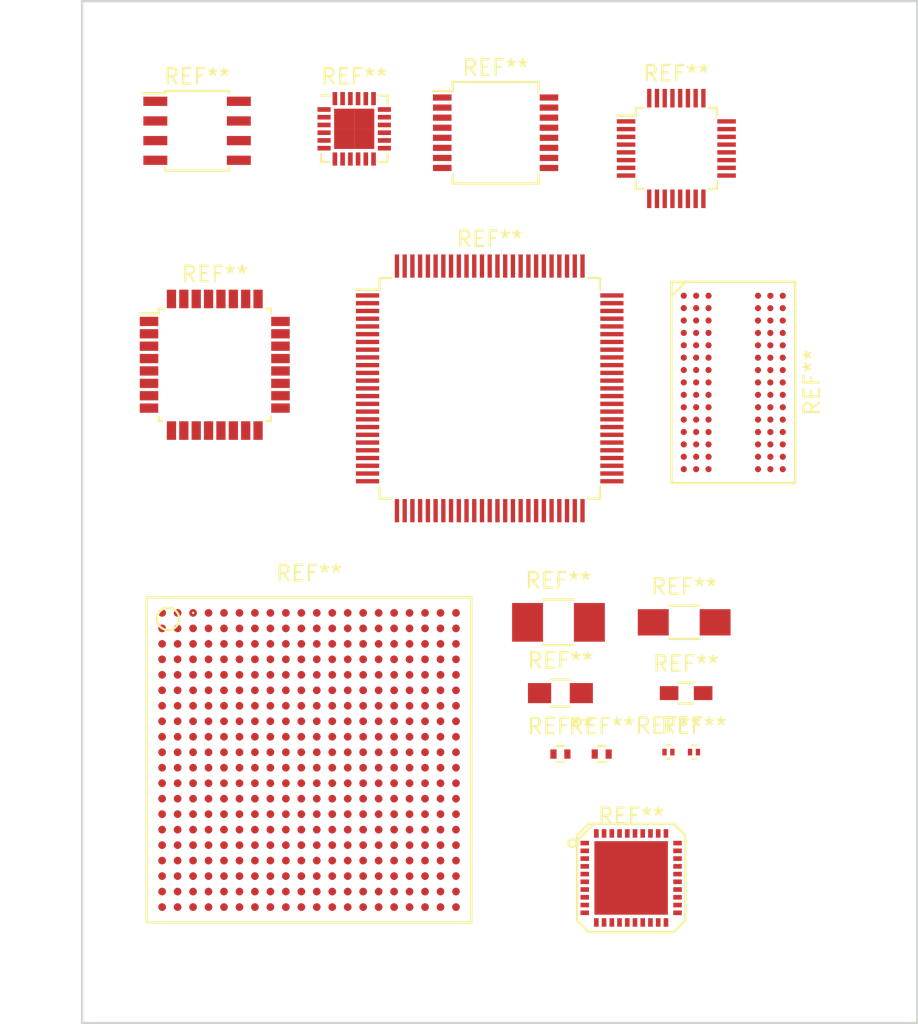
<source format=kicad_pcb>
(kicad_pcb (version 4) (host pcbnew 4.0.4-stable)

  (general
    (links 0)
    (no_connects 0)
    (area 30.813954 27.924999 90.075001 94.075001)
    (thickness 1.6)
    (drawings 4)
    (tracks 1)
    (zones 0)
    (modules 17)
    (nets 1)
  )

  (page A4)
  (layers
    (0 F.Cu signal)
    (31 B.Cu signal)
    (32 B.Adhes user)
    (33 F.Adhes user)
    (34 B.Paste user)
    (35 F.Paste user)
    (36 B.SilkS user)
    (37 F.SilkS user)
    (38 B.Mask user)
    (39 F.Mask user)
    (40 Dwgs.User user)
    (41 Cmts.User user)
    (42 Eco1.User user)
    (43 Eco2.User user)
    (44 Edge.Cuts user)
    (45 Margin user)
    (46 B.CrtYd user)
    (47 F.CrtYd user)
    (48 B.Fab user)
    (49 F.Fab user)
  )

  (setup
    (last_trace_width 0.1)
    (user_trace_width 0.0508)
    (user_trace_width 0.1)
    (user_trace_width 0.127)
    (trace_clearance 0.001)
    (zone_clearance 0.508)
    (zone_45_only no)
    (trace_min 0.001)
    (segment_width 0.2)
    (edge_width 0.15)
    (via_size 0.6)
    (via_drill 0.4)
    (via_min_size 0.4)
    (via_min_drill 0.3)
    (uvia_size 0.3)
    (uvia_drill 0.1)
    (uvias_allowed no)
    (uvia_min_size 0.2)
    (uvia_min_drill 0.1)
    (pcb_text_width 0.3)
    (pcb_text_size 1.5 1.5)
    (mod_edge_width 0.15)
    (mod_text_size 1 1)
    (mod_text_width 0.15)
    (pad_size 1.524 1.524)
    (pad_drill 0.762)
    (pad_to_mask_clearance 0.2)
    (aux_axis_origin 36 94)
    (visible_elements 7FFFFFFF)
    (pcbplotparams
      (layerselection 0x00000_00000001)
      (usegerberextensions false)
      (excludeedgelayer false)
      (linewidth 0.100000)
      (plotframeref false)
      (viasonmask false)
      (mode 1)
      (useauxorigin true)
      (hpglpennumber 1)
      (hpglpenspeed 20)
      (hpglpendiameter 15)
      (hpglpenoverlay 2)
      (psnegative false)
      (psa4output false)
      (plotreference true)
      (plotvalue true)
      (plotinvisibletext false)
      (padsonsilk false)
      (subtractmaskfromsilk false)
      (outputformat 1)
      (mirror false)
      (drillshape 0)
      (scaleselection 1)
      (outputdirectory FlatCam/Gerber/))
  )

  (net 0 "")

  (net_class Default "This is the default net class."
    (clearance 0.001)
    (trace_width 0.001)
    (via_dia 0.6)
    (via_drill 0.4)
    (uvia_dia 0.3)
    (uvia_drill 0.1)
  )

  (module Housings_SOIC:SOIC-8_3.9x4.9mm_Pitch1.27mm (layer F.Cu) (tedit 54130A77) (tstamp 57D7BA5B)
    (at 43.434 36.3728)
    (descr "8-Lead Plastic Small Outline (SN) - Narrow, 3.90 mm Body [SOIC] (see Microchip Packaging Specification 00000049BS.pdf)")
    (tags "SOIC 1.27")
    (attr smd)
    (fp_text reference REF** (at 0 -3.5) (layer F.SilkS)
      (effects (font (size 1 1) (thickness 0.15)))
    )
    (fp_text value SOIC-8_3.9x4.9mm_Pitch1.27mm (at 0 3.5) (layer F.Fab)
      (effects (font (size 1 1) (thickness 0.15)))
    )
    (fp_line (start -3.75 -2.75) (end -3.75 2.75) (layer F.CrtYd) (width 0.05))
    (fp_line (start 3.75 -2.75) (end 3.75 2.75) (layer F.CrtYd) (width 0.05))
    (fp_line (start -3.75 -2.75) (end 3.75 -2.75) (layer F.CrtYd) (width 0.05))
    (fp_line (start -3.75 2.75) (end 3.75 2.75) (layer F.CrtYd) (width 0.05))
    (fp_line (start -2.075 -2.575) (end -2.075 -2.43) (layer F.SilkS) (width 0.15))
    (fp_line (start 2.075 -2.575) (end 2.075 -2.43) (layer F.SilkS) (width 0.15))
    (fp_line (start 2.075 2.575) (end 2.075 2.43) (layer F.SilkS) (width 0.15))
    (fp_line (start -2.075 2.575) (end -2.075 2.43) (layer F.SilkS) (width 0.15))
    (fp_line (start -2.075 -2.575) (end 2.075 -2.575) (layer F.SilkS) (width 0.15))
    (fp_line (start -2.075 2.575) (end 2.075 2.575) (layer F.SilkS) (width 0.15))
    (fp_line (start -2.075 -2.43) (end -3.475 -2.43) (layer F.SilkS) (width 0.15))
    (pad 1 smd rect (at -2.7 -1.905) (size 1.55 0.6) (layers F.Cu F.Paste F.Mask))
    (pad 2 smd rect (at -2.7 -0.635) (size 1.55 0.6) (layers F.Cu F.Paste F.Mask))
    (pad 3 smd rect (at -2.7 0.635) (size 1.55 0.6) (layers F.Cu F.Paste F.Mask))
    (pad 4 smd rect (at -2.7 1.905) (size 1.55 0.6) (layers F.Cu F.Paste F.Mask))
    (pad 5 smd rect (at 2.7 1.905) (size 1.55 0.6) (layers F.Cu F.Paste F.Mask))
    (pad 6 smd rect (at 2.7 0.635) (size 1.55 0.6) (layers F.Cu F.Paste F.Mask))
    (pad 7 smd rect (at 2.7 -0.635) (size 1.55 0.6) (layers F.Cu F.Paste F.Mask))
    (pad 8 smd rect (at 2.7 -1.905) (size 1.55 0.6) (layers F.Cu F.Paste F.Mask))
    (model Housings_SOIC.3dshapes/SOIC-8_3.9x4.9mm_Pitch1.27mm.wrl
      (at (xyz 0 0 0))
      (scale (xyz 1 1 1))
      (rotate (xyz 0 0 0))
    )
  )

  (module Housings_DFN_QFN:QFN-24-1EP_4x4mm_Pitch0.5mm (layer F.Cu) (tedit 54130A77) (tstamp 57DA0285)
    (at 53.594 36.2458)
    (descr "24-Lead Plastic Quad Flat, No Lead Package (MJ) - 4x4x0.9 mm Body [QFN]; (see Microchip Packaging Specification 00000049BS.pdf)")
    (tags "QFN 0.5")
    (attr smd)
    (fp_text reference REF** (at 0 -3.375) (layer F.SilkS)
      (effects (font (size 1 1) (thickness 0.15)))
    )
    (fp_text value QFN-24-1EP_4x4mm_Pitch0.5mm (at 0 3.375) (layer F.Fab)
      (effects (font (size 1 1) (thickness 0.15)))
    )
    (fp_line (start -2.65 -2.65) (end -2.65 2.65) (layer F.CrtYd) (width 0.05))
    (fp_line (start 2.65 -2.65) (end 2.65 2.65) (layer F.CrtYd) (width 0.05))
    (fp_line (start -2.65 -2.65) (end 2.65 -2.65) (layer F.CrtYd) (width 0.05))
    (fp_line (start -2.65 2.65) (end 2.65 2.65) (layer F.CrtYd) (width 0.05))
    (fp_line (start 2.15 -2.15) (end 2.15 -1.625) (layer F.SilkS) (width 0.15))
    (fp_line (start -2.15 2.15) (end -2.15 1.625) (layer F.SilkS) (width 0.15))
    (fp_line (start 2.15 2.15) (end 2.15 1.625) (layer F.SilkS) (width 0.15))
    (fp_line (start -2.15 -2.15) (end -1.625 -2.15) (layer F.SilkS) (width 0.15))
    (fp_line (start -2.15 2.15) (end -1.625 2.15) (layer F.SilkS) (width 0.15))
    (fp_line (start 2.15 2.15) (end 1.625 2.15) (layer F.SilkS) (width 0.15))
    (fp_line (start 2.15 -2.15) (end 1.625 -2.15) (layer F.SilkS) (width 0.15))
    (pad 1 smd rect (at -1.95 -1.25) (size 0.85 0.3) (layers F.Cu F.Paste F.Mask))
    (pad 2 smd rect (at -1.95 -0.75) (size 0.85 0.3) (layers F.Cu F.Paste F.Mask))
    (pad 3 smd rect (at -1.95 -0.25) (size 0.85 0.3) (layers F.Cu F.Paste F.Mask))
    (pad 4 smd rect (at -1.95 0.25) (size 0.85 0.3) (layers F.Cu F.Paste F.Mask))
    (pad 5 smd rect (at -1.95 0.75) (size 0.85 0.3) (layers F.Cu F.Paste F.Mask))
    (pad 6 smd rect (at -1.95 1.25) (size 0.85 0.3) (layers F.Cu F.Paste F.Mask))
    (pad 7 smd rect (at -1.25 1.95 90) (size 0.85 0.3) (layers F.Cu F.Paste F.Mask))
    (pad 8 smd rect (at -0.75 1.95 90) (size 0.85 0.3) (layers F.Cu F.Paste F.Mask))
    (pad 9 smd rect (at -0.25 1.95 90) (size 0.85 0.3) (layers F.Cu F.Paste F.Mask))
    (pad 10 smd rect (at 0.25 1.95 90) (size 0.85 0.3) (layers F.Cu F.Paste F.Mask))
    (pad 11 smd rect (at 0.75 1.95 90) (size 0.85 0.3) (layers F.Cu F.Paste F.Mask))
    (pad 12 smd rect (at 1.25 1.95 90) (size 0.85 0.3) (layers F.Cu F.Paste F.Mask))
    (pad 13 smd rect (at 1.95 1.25) (size 0.85 0.3) (layers F.Cu F.Paste F.Mask))
    (pad 14 smd rect (at 1.95 0.75) (size 0.85 0.3) (layers F.Cu F.Paste F.Mask))
    (pad 15 smd rect (at 1.95 0.25) (size 0.85 0.3) (layers F.Cu F.Paste F.Mask))
    (pad 16 smd rect (at 1.95 -0.25) (size 0.85 0.3) (layers F.Cu F.Paste F.Mask))
    (pad 17 smd rect (at 1.95 -0.75) (size 0.85 0.3) (layers F.Cu F.Paste F.Mask))
    (pad 18 smd rect (at 1.95 -1.25) (size 0.85 0.3) (layers F.Cu F.Paste F.Mask))
    (pad 19 smd rect (at 1.25 -1.95 90) (size 0.85 0.3) (layers F.Cu F.Paste F.Mask))
    (pad 20 smd rect (at 0.75 -1.95 90) (size 0.85 0.3) (layers F.Cu F.Paste F.Mask))
    (pad 21 smd rect (at 0.25 -1.95 90) (size 0.85 0.3) (layers F.Cu F.Paste F.Mask))
    (pad 22 smd rect (at -0.25 -1.95 90) (size 0.85 0.3) (layers F.Cu F.Paste F.Mask))
    (pad 23 smd rect (at -0.75 -1.95 90) (size 0.85 0.3) (layers F.Cu F.Paste F.Mask))
    (pad 24 smd rect (at -1.25 -1.95 90) (size 0.85 0.3) (layers F.Cu F.Paste F.Mask))
    (pad 25 smd rect (at 0.65 0.65) (size 1.3 1.3) (layers F.Cu F.Paste F.Mask)
      (solder_paste_margin_ratio -0.2))
    (pad 25 smd rect (at 0.65 -0.65) (size 1.3 1.3) (layers F.Cu F.Paste F.Mask)
      (solder_paste_margin_ratio -0.2))
    (pad 25 smd rect (at -0.65 0.65) (size 1.3 1.3) (layers F.Cu F.Paste F.Mask)
      (solder_paste_margin_ratio -0.2))
    (pad 25 smd rect (at -0.65 -0.65) (size 1.3 1.3) (layers F.Cu F.Paste F.Mask)
      (solder_paste_margin_ratio -0.2))
    (model Housings_DFN_QFN.3dshapes/QFN-24-1EP_4x4mm_Pitch0.5mm.wrl
      (at (xyz 0 0 0))
      (scale (xyz 1 1 1))
      (rotate (xyz 0 0 0))
    )
  )

  (module Housings_SSOP:SSOP-16_5.3x6.2mm_Pitch0.65mm (layer F.Cu) (tedit 54130A77) (tstamp 57DC4AD2)
    (at 62.738 36.4998)
    (descr "SSOP16: plastic shrink small outline package; 16 leads; body width 5.3 mm; (see NXP SSOP-TSSOP-VSO-REFLOW.pdf and sot338-1_po.pdf)")
    (tags "SSOP 0.65")
    (attr smd)
    (fp_text reference REF** (at 0 -4.2) (layer F.SilkS)
      (effects (font (size 1 1) (thickness 0.15)))
    )
    (fp_text value SSOP-16_5.3x6.2mm_Pitch0.65mm (at 0 4.2) (layer F.Fab)
      (effects (font (size 1 1) (thickness 0.15)))
    )
    (fp_line (start -4.3 -3.45) (end -4.3 3.45) (layer F.CrtYd) (width 0.05))
    (fp_line (start 4.3 -3.45) (end 4.3 3.45) (layer F.CrtYd) (width 0.05))
    (fp_line (start -4.3 -3.45) (end 4.3 -3.45) (layer F.CrtYd) (width 0.05))
    (fp_line (start -4.3 3.45) (end 4.3 3.45) (layer F.CrtYd) (width 0.05))
    (fp_line (start -2.775 -3.275) (end -2.775 -2.7) (layer F.SilkS) (width 0.15))
    (fp_line (start 2.775 -3.275) (end 2.775 -2.7) (layer F.SilkS) (width 0.15))
    (fp_line (start 2.775 3.275) (end 2.775 2.7) (layer F.SilkS) (width 0.15))
    (fp_line (start -2.775 3.275) (end -2.775 2.7) (layer F.SilkS) (width 0.15))
    (fp_line (start -2.775 -3.275) (end 2.775 -3.275) (layer F.SilkS) (width 0.15))
    (fp_line (start -2.775 3.275) (end 2.775 3.275) (layer F.SilkS) (width 0.15))
    (fp_line (start -2.775 -2.7) (end -4.05 -2.7) (layer F.SilkS) (width 0.15))
    (pad 1 smd rect (at -3.45 -2.275) (size 1.2 0.4) (layers F.Cu F.Paste F.Mask))
    (pad 2 smd rect (at -3.45 -1.625) (size 1.2 0.4) (layers F.Cu F.Paste F.Mask))
    (pad 3 smd rect (at -3.45 -0.975) (size 1.2 0.4) (layers F.Cu F.Paste F.Mask))
    (pad 4 smd rect (at -3.45 -0.325) (size 1.2 0.4) (layers F.Cu F.Paste F.Mask))
    (pad 5 smd rect (at -3.45 0.325) (size 1.2 0.4) (layers F.Cu F.Paste F.Mask))
    (pad 6 smd rect (at -3.45 0.975) (size 1.2 0.4) (layers F.Cu F.Paste F.Mask))
    (pad 7 smd rect (at -3.45 1.625) (size 1.2 0.4) (layers F.Cu F.Paste F.Mask))
    (pad 8 smd rect (at -3.45 2.275) (size 1.2 0.4) (layers F.Cu F.Paste F.Mask))
    (pad 9 smd rect (at 3.45 2.275) (size 1.2 0.4) (layers F.Cu F.Paste F.Mask))
    (pad 10 smd rect (at 3.45 1.625) (size 1.2 0.4) (layers F.Cu F.Paste F.Mask))
    (pad 11 smd rect (at 3.45 0.975) (size 1.2 0.4) (layers F.Cu F.Paste F.Mask))
    (pad 12 smd rect (at 3.45 0.325) (size 1.2 0.4) (layers F.Cu F.Paste F.Mask))
    (pad 13 smd rect (at 3.45 -0.325) (size 1.2 0.4) (layers F.Cu F.Paste F.Mask))
    (pad 14 smd rect (at 3.45 -0.975) (size 1.2 0.4) (layers F.Cu F.Paste F.Mask))
    (pad 15 smd rect (at 3.45 -1.625) (size 1.2 0.4) (layers F.Cu F.Paste F.Mask))
    (pad 16 smd rect (at 3.45 -2.275) (size 1.2 0.4) (layers F.Cu F.Paste F.Mask))
    (model Housings_SSOP.3dshapes/SSOP-16_5.3x6.2mm_Pitch0.65mm.wrl
      (at (xyz 0 0 0))
      (scale (xyz 1 1 1))
      (rotate (xyz 0 0 0))
    )
  )

  (module Housings_QFP:LQFP-32_5x5mm_Pitch0.5mm (layer F.Cu) (tedit 54130A77) (tstamp 57DE9325)
    (at 74.422 37.5158)
    (descr "LQFP32: plastic low profile quad flat package; 32 leads; body 5 x 5 x 1.4 mm (see NXP sot401-1_fr.pdf and sot401-1_po.pdf)")
    (tags "QFP 0.5")
    (attr smd)
    (fp_text reference REF** (at 0 -4.85) (layer F.SilkS)
      (effects (font (size 1 1) (thickness 0.15)))
    )
    (fp_text value LQFP-32_5x5mm_Pitch0.5mm (at 0 4.85) (layer F.Fab)
      (effects (font (size 1 1) (thickness 0.15)))
    )
    (fp_line (start -4.1 -4.1) (end -4.1 4.1) (layer F.CrtYd) (width 0.05))
    (fp_line (start 4.1 -4.1) (end 4.1 4.1) (layer F.CrtYd) (width 0.05))
    (fp_line (start -4.1 -4.1) (end 4.1 -4.1) (layer F.CrtYd) (width 0.05))
    (fp_line (start -4.1 4.1) (end 4.1 4.1) (layer F.CrtYd) (width 0.05))
    (fp_line (start -2.625 -2.625) (end -2.625 -2.115) (layer F.SilkS) (width 0.15))
    (fp_line (start 2.625 -2.625) (end 2.625 -2.115) (layer F.SilkS) (width 0.15))
    (fp_line (start 2.625 2.625) (end 2.625 2.115) (layer F.SilkS) (width 0.15))
    (fp_line (start -2.625 2.625) (end -2.625 2.115) (layer F.SilkS) (width 0.15))
    (fp_line (start -2.625 -2.625) (end -2.115 -2.625) (layer F.SilkS) (width 0.15))
    (fp_line (start -2.625 2.625) (end -2.115 2.625) (layer F.SilkS) (width 0.15))
    (fp_line (start 2.625 2.625) (end 2.115 2.625) (layer F.SilkS) (width 0.15))
    (fp_line (start 2.625 -2.625) (end 2.115 -2.625) (layer F.SilkS) (width 0.15))
    (fp_line (start -2.625 -2.115) (end -3.85 -2.115) (layer F.SilkS) (width 0.15))
    (pad 1 smd rect (at -3.25 -1.75) (size 1.2 0.28) (layers F.Cu F.Paste F.Mask))
    (pad 2 smd rect (at -3.25 -1.25) (size 1.2 0.28) (layers F.Cu F.Paste F.Mask))
    (pad 3 smd rect (at -3.25 -0.75) (size 1.2 0.28) (layers F.Cu F.Paste F.Mask))
    (pad 4 smd rect (at -3.25 -0.25) (size 1.2 0.28) (layers F.Cu F.Paste F.Mask))
    (pad 5 smd rect (at -3.25 0.25) (size 1.2 0.28) (layers F.Cu F.Paste F.Mask))
    (pad 6 smd rect (at -3.25 0.75) (size 1.2 0.28) (layers F.Cu F.Paste F.Mask))
    (pad 7 smd rect (at -3.25 1.25) (size 1.2 0.28) (layers F.Cu F.Paste F.Mask))
    (pad 8 smd rect (at -3.25 1.75) (size 1.2 0.28) (layers F.Cu F.Paste F.Mask))
    (pad 9 smd rect (at -1.75 3.25 90) (size 1.2 0.28) (layers F.Cu F.Paste F.Mask))
    (pad 10 smd rect (at -1.25 3.25 90) (size 1.2 0.28) (layers F.Cu F.Paste F.Mask))
    (pad 11 smd rect (at -0.75 3.25 90) (size 1.2 0.28) (layers F.Cu F.Paste F.Mask))
    (pad 12 smd rect (at -0.25 3.25 90) (size 1.2 0.28) (layers F.Cu F.Paste F.Mask))
    (pad 13 smd rect (at 0.25 3.25 90) (size 1.2 0.28) (layers F.Cu F.Paste F.Mask))
    (pad 14 smd rect (at 0.75 3.25 90) (size 1.2 0.28) (layers F.Cu F.Paste F.Mask))
    (pad 15 smd rect (at 1.25 3.25 90) (size 1.2 0.28) (layers F.Cu F.Paste F.Mask))
    (pad 16 smd rect (at 1.75 3.25 90) (size 1.2 0.28) (layers F.Cu F.Paste F.Mask))
    (pad 17 smd rect (at 3.25 1.75) (size 1.2 0.28) (layers F.Cu F.Paste F.Mask))
    (pad 18 smd rect (at 3.25 1.25) (size 1.2 0.28) (layers F.Cu F.Paste F.Mask))
    (pad 19 smd rect (at 3.25 0.75) (size 1.2 0.28) (layers F.Cu F.Paste F.Mask))
    (pad 20 smd rect (at 3.25 0.25) (size 1.2 0.28) (layers F.Cu F.Paste F.Mask))
    (pad 21 smd rect (at 3.25 -0.25) (size 1.2 0.28) (layers F.Cu F.Paste F.Mask))
    (pad 22 smd rect (at 3.25 -0.75) (size 1.2 0.28) (layers F.Cu F.Paste F.Mask))
    (pad 23 smd rect (at 3.25 -1.25) (size 1.2 0.28) (layers F.Cu F.Paste F.Mask))
    (pad 24 smd rect (at 3.25 -1.75) (size 1.2 0.28) (layers F.Cu F.Paste F.Mask))
    (pad 25 smd rect (at 1.75 -3.25 90) (size 1.2 0.28) (layers F.Cu F.Paste F.Mask))
    (pad 26 smd rect (at 1.25 -3.25 90) (size 1.2 0.28) (layers F.Cu F.Paste F.Mask))
    (pad 27 smd rect (at 0.75 -3.25 90) (size 1.2 0.28) (layers F.Cu F.Paste F.Mask))
    (pad 28 smd rect (at 0.25 -3.25 90) (size 1.2 0.28) (layers F.Cu F.Paste F.Mask))
    (pad 29 smd rect (at -0.25 -3.25 90) (size 1.2 0.28) (layers F.Cu F.Paste F.Mask))
    (pad 30 smd rect (at -0.75 -3.25 90) (size 1.2 0.28) (layers F.Cu F.Paste F.Mask))
    (pad 31 smd rect (at -1.25 -3.25 90) (size 1.2 0.28) (layers F.Cu F.Paste F.Mask))
    (pad 32 smd rect (at -1.75 -3.25 90) (size 1.2 0.28) (layers F.Cu F.Paste F.Mask))
    (model Housings_QFP.3dshapes/LQFP-32_5x5mm_Pitch0.5mm.wrl
      (at (xyz 0 0 0))
      (scale (xyz 1 1 1))
      (rotate (xyz 0 0 0))
    )
  )

  (module Housings_QFP:LQFP-32_7x7mm_Pitch0.8mm (layer F.Cu) (tedit 54130A77) (tstamp 57E0DB71)
    (at 44.577 51.4858)
    (descr "LQFP32: plastic low profile quad flat package; 32 leads; body 7 x 7 x 1.4 mm (see NXP sot358-1_po.pdf and sot358-1_fr.pdf)")
    (tags "QFP 0.8")
    (attr smd)
    (fp_text reference REF** (at 0 -5.85) (layer F.SilkS)
      (effects (font (size 1 1) (thickness 0.15)))
    )
    (fp_text value LQFP-32_7x7mm_Pitch0.8mm (at 0 5.85) (layer F.Fab)
      (effects (font (size 1 1) (thickness 0.15)))
    )
    (fp_line (start -5.1 -5.1) (end -5.1 5.1) (layer F.CrtYd) (width 0.05))
    (fp_line (start 5.1 -5.1) (end 5.1 5.1) (layer F.CrtYd) (width 0.05))
    (fp_line (start -5.1 -5.1) (end 5.1 -5.1) (layer F.CrtYd) (width 0.05))
    (fp_line (start -5.1 5.1) (end 5.1 5.1) (layer F.CrtYd) (width 0.05))
    (fp_line (start -3.625 -3.625) (end -3.625 -3.325) (layer F.SilkS) (width 0.15))
    (fp_line (start 3.625 -3.625) (end 3.625 -3.325) (layer F.SilkS) (width 0.15))
    (fp_line (start 3.625 3.625) (end 3.625 3.325) (layer F.SilkS) (width 0.15))
    (fp_line (start -3.625 3.625) (end -3.625 3.325) (layer F.SilkS) (width 0.15))
    (fp_line (start -3.625 -3.625) (end -3.325 -3.625) (layer F.SilkS) (width 0.15))
    (fp_line (start -3.625 3.625) (end -3.325 3.625) (layer F.SilkS) (width 0.15))
    (fp_line (start 3.625 3.625) (end 3.325 3.625) (layer F.SilkS) (width 0.15))
    (fp_line (start 3.625 -3.625) (end 3.325 -3.625) (layer F.SilkS) (width 0.15))
    (fp_line (start -3.625 -3.325) (end -4.85 -3.325) (layer F.SilkS) (width 0.15))
    (pad 1 smd rect (at -4.25 -2.8) (size 1.2 0.6) (layers F.Cu F.Paste F.Mask))
    (pad 2 smd rect (at -4.25 -2) (size 1.2 0.6) (layers F.Cu F.Paste F.Mask))
    (pad 3 smd rect (at -4.25 -1.2) (size 1.2 0.6) (layers F.Cu F.Paste F.Mask))
    (pad 4 smd rect (at -4.25 -0.4) (size 1.2 0.6) (layers F.Cu F.Paste F.Mask))
    (pad 5 smd rect (at -4.25 0.4) (size 1.2 0.6) (layers F.Cu F.Paste F.Mask))
    (pad 6 smd rect (at -4.25 1.2) (size 1.2 0.6) (layers F.Cu F.Paste F.Mask))
    (pad 7 smd rect (at -4.25 2) (size 1.2 0.6) (layers F.Cu F.Paste F.Mask))
    (pad 8 smd rect (at -4.25 2.8) (size 1.2 0.6) (layers F.Cu F.Paste F.Mask))
    (pad 9 smd rect (at -2.8 4.25 90) (size 1.2 0.6) (layers F.Cu F.Paste F.Mask))
    (pad 10 smd rect (at -2 4.25 90) (size 1.2 0.6) (layers F.Cu F.Paste F.Mask))
    (pad 11 smd rect (at -1.2 4.25 90) (size 1.2 0.6) (layers F.Cu F.Paste F.Mask))
    (pad 12 smd rect (at -0.4 4.25 90) (size 1.2 0.6) (layers F.Cu F.Paste F.Mask))
    (pad 13 smd rect (at 0.4 4.25 90) (size 1.2 0.6) (layers F.Cu F.Paste F.Mask))
    (pad 14 smd rect (at 1.2 4.25 90) (size 1.2 0.6) (layers F.Cu F.Paste F.Mask))
    (pad 15 smd rect (at 2 4.25 90) (size 1.2 0.6) (layers F.Cu F.Paste F.Mask))
    (pad 16 smd rect (at 2.8 4.25 90) (size 1.2 0.6) (layers F.Cu F.Paste F.Mask))
    (pad 17 smd rect (at 4.25 2.8) (size 1.2 0.6) (layers F.Cu F.Paste F.Mask))
    (pad 18 smd rect (at 4.25 2) (size 1.2 0.6) (layers F.Cu F.Paste F.Mask))
    (pad 19 smd rect (at 4.25 1.2) (size 1.2 0.6) (layers F.Cu F.Paste F.Mask))
    (pad 20 smd rect (at 4.25 0.4) (size 1.2 0.6) (layers F.Cu F.Paste F.Mask))
    (pad 21 smd rect (at 4.25 -0.4) (size 1.2 0.6) (layers F.Cu F.Paste F.Mask))
    (pad 22 smd rect (at 4.25 -1.2) (size 1.2 0.6) (layers F.Cu F.Paste F.Mask))
    (pad 23 smd rect (at 4.25 -2) (size 1.2 0.6) (layers F.Cu F.Paste F.Mask))
    (pad 24 smd rect (at 4.25 -2.8) (size 1.2 0.6) (layers F.Cu F.Paste F.Mask))
    (pad 25 smd rect (at 2.8 -4.25 90) (size 1.2 0.6) (layers F.Cu F.Paste F.Mask))
    (pad 26 smd rect (at 2 -4.25 90) (size 1.2 0.6) (layers F.Cu F.Paste F.Mask))
    (pad 27 smd rect (at 1.2 -4.25 90) (size 1.2 0.6) (layers F.Cu F.Paste F.Mask))
    (pad 28 smd rect (at 0.4 -4.25 90) (size 1.2 0.6) (layers F.Cu F.Paste F.Mask))
    (pad 29 smd rect (at -0.4 -4.25 90) (size 1.2 0.6) (layers F.Cu F.Paste F.Mask))
    (pad 30 smd rect (at -1.2 -4.25 90) (size 1.2 0.6) (layers F.Cu F.Paste F.Mask))
    (pad 31 smd rect (at -2 -4.25 90) (size 1.2 0.6) (layers F.Cu F.Paste F.Mask))
    (pad 32 smd rect (at -2.8 -4.25 90) (size 1.2 0.6) (layers F.Cu F.Paste F.Mask))
    (model Housings_QFP.3dshapes/LQFP-32_7x7mm_Pitch0.8mm.wrl
      (at (xyz 0 0 0))
      (scale (xyz 1 1 1))
      (rotate (xyz 0 0 0))
    )
  )

  (module Housings_QFP:LQFP-100_14x14mm_Pitch0.5mm (layer F.Cu) (tedit 54130A77) (tstamp 57E32420)
    (at 62.357 53.0098)
    (descr "LQFP100: plastic low profile quad flat package; 100 leads; body 14 x 14 x 1.4 mm (see NXP sot407-1_po.pdf and sot407-1_fr.pdf)")
    (tags "QFP 0.5")
    (attr smd)
    (fp_text reference REF** (at 0 -9.65) (layer F.SilkS)
      (effects (font (size 1 1) (thickness 0.15)))
    )
    (fp_text value LQFP-100_14x14mm_Pitch0.5mm (at 0 9.65) (layer F.Fab)
      (effects (font (size 1 1) (thickness 0.15)))
    )
    (fp_line (start -8.9 -8.9) (end -8.9 8.9) (layer F.CrtYd) (width 0.05))
    (fp_line (start 8.9 -8.9) (end 8.9 8.9) (layer F.CrtYd) (width 0.05))
    (fp_line (start -8.9 -8.9) (end 8.9 -8.9) (layer F.CrtYd) (width 0.05))
    (fp_line (start -8.9 8.9) (end 8.9 8.9) (layer F.CrtYd) (width 0.05))
    (fp_line (start -7.125 -7.125) (end -7.125 -6.365) (layer F.SilkS) (width 0.15))
    (fp_line (start 7.125 -7.125) (end 7.125 -6.365) (layer F.SilkS) (width 0.15))
    (fp_line (start 7.125 7.125) (end 7.125 6.365) (layer F.SilkS) (width 0.15))
    (fp_line (start -7.125 7.125) (end -7.125 6.365) (layer F.SilkS) (width 0.15))
    (fp_line (start -7.125 -7.125) (end -6.365 -7.125) (layer F.SilkS) (width 0.15))
    (fp_line (start -7.125 7.125) (end -6.365 7.125) (layer F.SilkS) (width 0.15))
    (fp_line (start 7.125 7.125) (end 6.365 7.125) (layer F.SilkS) (width 0.15))
    (fp_line (start 7.125 -7.125) (end 6.365 -7.125) (layer F.SilkS) (width 0.15))
    (fp_line (start -7.125 -6.365) (end -8.65 -6.365) (layer F.SilkS) (width 0.15))
    (pad 1 smd rect (at -7.9 -6) (size 1.5 0.28) (layers F.Cu F.Paste F.Mask))
    (pad 2 smd rect (at -7.9 -5.5) (size 1.5 0.28) (layers F.Cu F.Paste F.Mask))
    (pad 3 smd rect (at -7.9 -5) (size 1.5 0.28) (layers F.Cu F.Paste F.Mask))
    (pad 4 smd rect (at -7.9 -4.5) (size 1.5 0.28) (layers F.Cu F.Paste F.Mask))
    (pad 5 smd rect (at -7.9 -4) (size 1.5 0.28) (layers F.Cu F.Paste F.Mask))
    (pad 6 smd rect (at -7.9 -3.5) (size 1.5 0.28) (layers F.Cu F.Paste F.Mask))
    (pad 7 smd rect (at -7.9 -3) (size 1.5 0.28) (layers F.Cu F.Paste F.Mask))
    (pad 8 smd rect (at -7.9 -2.5) (size 1.5 0.28) (layers F.Cu F.Paste F.Mask))
    (pad 9 smd rect (at -7.9 -2) (size 1.5 0.28) (layers F.Cu F.Paste F.Mask))
    (pad 10 smd rect (at -7.9 -1.5) (size 1.5 0.28) (layers F.Cu F.Paste F.Mask))
    (pad 11 smd rect (at -7.9 -1) (size 1.5 0.28) (layers F.Cu F.Paste F.Mask))
    (pad 12 smd rect (at -7.9 -0.5) (size 1.5 0.28) (layers F.Cu F.Paste F.Mask))
    (pad 13 smd rect (at -7.9 0) (size 1.5 0.28) (layers F.Cu F.Paste F.Mask))
    (pad 14 smd rect (at -7.9 0.5) (size 1.5 0.28) (layers F.Cu F.Paste F.Mask))
    (pad 15 smd rect (at -7.9 1) (size 1.5 0.28) (layers F.Cu F.Paste F.Mask))
    (pad 16 smd rect (at -7.9 1.5) (size 1.5 0.28) (layers F.Cu F.Paste F.Mask))
    (pad 17 smd rect (at -7.9 2) (size 1.5 0.28) (layers F.Cu F.Paste F.Mask))
    (pad 18 smd rect (at -7.9 2.5) (size 1.5 0.28) (layers F.Cu F.Paste F.Mask))
    (pad 19 smd rect (at -7.9 3) (size 1.5 0.28) (layers F.Cu F.Paste F.Mask))
    (pad 20 smd rect (at -7.9 3.5) (size 1.5 0.28) (layers F.Cu F.Paste F.Mask))
    (pad 21 smd rect (at -7.9 4) (size 1.5 0.28) (layers F.Cu F.Paste F.Mask))
    (pad 22 smd rect (at -7.9 4.5) (size 1.5 0.28) (layers F.Cu F.Paste F.Mask))
    (pad 23 smd rect (at -7.9 5) (size 1.5 0.28) (layers F.Cu F.Paste F.Mask))
    (pad 24 smd rect (at -7.9 5.5) (size 1.5 0.28) (layers F.Cu F.Paste F.Mask))
    (pad 25 smd rect (at -7.9 6) (size 1.5 0.28) (layers F.Cu F.Paste F.Mask))
    (pad 26 smd rect (at -6 7.9 90) (size 1.5 0.28) (layers F.Cu F.Paste F.Mask))
    (pad 27 smd rect (at -5.5 7.9 90) (size 1.5 0.28) (layers F.Cu F.Paste F.Mask))
    (pad 28 smd rect (at -5 7.9 90) (size 1.5 0.28) (layers F.Cu F.Paste F.Mask))
    (pad 29 smd rect (at -4.5 7.9 90) (size 1.5 0.28) (layers F.Cu F.Paste F.Mask))
    (pad 30 smd rect (at -4 7.9 90) (size 1.5 0.28) (layers F.Cu F.Paste F.Mask))
    (pad 31 smd rect (at -3.5 7.9 90) (size 1.5 0.28) (layers F.Cu F.Paste F.Mask))
    (pad 32 smd rect (at -3 7.9 90) (size 1.5 0.28) (layers F.Cu F.Paste F.Mask))
    (pad 33 smd rect (at -2.5 7.9 90) (size 1.5 0.28) (layers F.Cu F.Paste F.Mask))
    (pad 34 smd rect (at -2 7.9 90) (size 1.5 0.28) (layers F.Cu F.Paste F.Mask))
    (pad 35 smd rect (at -1.5 7.9 90) (size 1.5 0.28) (layers F.Cu F.Paste F.Mask))
    (pad 36 smd rect (at -1 7.9 90) (size 1.5 0.28) (layers F.Cu F.Paste F.Mask))
    (pad 37 smd rect (at -0.5 7.9 90) (size 1.5 0.28) (layers F.Cu F.Paste F.Mask))
    (pad 38 smd rect (at 0 7.9 90) (size 1.5 0.28) (layers F.Cu F.Paste F.Mask))
    (pad 39 smd rect (at 0.5 7.9 90) (size 1.5 0.28) (layers F.Cu F.Paste F.Mask))
    (pad 40 smd rect (at 1 7.9 90) (size 1.5 0.28) (layers F.Cu F.Paste F.Mask))
    (pad 41 smd rect (at 1.5 7.9 90) (size 1.5 0.28) (layers F.Cu F.Paste F.Mask))
    (pad 42 smd rect (at 2 7.9 90) (size 1.5 0.28) (layers F.Cu F.Paste F.Mask))
    (pad 43 smd rect (at 2.5 7.9 90) (size 1.5 0.28) (layers F.Cu F.Paste F.Mask))
    (pad 44 smd rect (at 3 7.9 90) (size 1.5 0.28) (layers F.Cu F.Paste F.Mask))
    (pad 45 smd rect (at 3.5 7.9 90) (size 1.5 0.28) (layers F.Cu F.Paste F.Mask))
    (pad 46 smd rect (at 4 7.9 90) (size 1.5 0.28) (layers F.Cu F.Paste F.Mask))
    (pad 47 smd rect (at 4.5 7.9 90) (size 1.5 0.28) (layers F.Cu F.Paste F.Mask))
    (pad 48 smd rect (at 5 7.9 90) (size 1.5 0.28) (layers F.Cu F.Paste F.Mask))
    (pad 49 smd rect (at 5.5 7.9 90) (size 1.5 0.28) (layers F.Cu F.Paste F.Mask))
    (pad 50 smd rect (at 6 7.9 90) (size 1.5 0.28) (layers F.Cu F.Paste F.Mask))
    (pad 51 smd rect (at 7.9 6) (size 1.5 0.28) (layers F.Cu F.Paste F.Mask))
    (pad 52 smd rect (at 7.9 5.5) (size 1.5 0.28) (layers F.Cu F.Paste F.Mask))
    (pad 53 smd rect (at 7.9 5) (size 1.5 0.28) (layers F.Cu F.Paste F.Mask))
    (pad 54 smd rect (at 7.9 4.5) (size 1.5 0.28) (layers F.Cu F.Paste F.Mask))
    (pad 55 smd rect (at 7.9 4) (size 1.5 0.28) (layers F.Cu F.Paste F.Mask))
    (pad 56 smd rect (at 7.9 3.5) (size 1.5 0.28) (layers F.Cu F.Paste F.Mask))
    (pad 57 smd rect (at 7.9 3) (size 1.5 0.28) (layers F.Cu F.Paste F.Mask))
    (pad 58 smd rect (at 7.9 2.5) (size 1.5 0.28) (layers F.Cu F.Paste F.Mask))
    (pad 59 smd rect (at 7.9 2) (size 1.5 0.28) (layers F.Cu F.Paste F.Mask))
    (pad 60 smd rect (at 7.9 1.5) (size 1.5 0.28) (layers F.Cu F.Paste F.Mask))
    (pad 61 smd rect (at 7.9 1) (size 1.5 0.28) (layers F.Cu F.Paste F.Mask))
    (pad 62 smd rect (at 7.9 0.5) (size 1.5 0.28) (layers F.Cu F.Paste F.Mask))
    (pad 63 smd rect (at 7.9 0) (size 1.5 0.28) (layers F.Cu F.Paste F.Mask))
    (pad 64 smd rect (at 7.9 -0.5) (size 1.5 0.28) (layers F.Cu F.Paste F.Mask))
    (pad 65 smd rect (at 7.9 -1) (size 1.5 0.28) (layers F.Cu F.Paste F.Mask))
    (pad 66 smd rect (at 7.9 -1.5) (size 1.5 0.28) (layers F.Cu F.Paste F.Mask))
    (pad 67 smd rect (at 7.9 -2) (size 1.5 0.28) (layers F.Cu F.Paste F.Mask))
    (pad 68 smd rect (at 7.9 -2.5) (size 1.5 0.28) (layers F.Cu F.Paste F.Mask))
    (pad 69 smd rect (at 7.9 -3) (size 1.5 0.28) (layers F.Cu F.Paste F.Mask))
    (pad 70 smd rect (at 7.9 -3.5) (size 1.5 0.28) (layers F.Cu F.Paste F.Mask))
    (pad 71 smd rect (at 7.9 -4) (size 1.5 0.28) (layers F.Cu F.Paste F.Mask))
    (pad 72 smd rect (at 7.9 -4.5) (size 1.5 0.28) (layers F.Cu F.Paste F.Mask))
    (pad 73 smd rect (at 7.9 -5) (size 1.5 0.28) (layers F.Cu F.Paste F.Mask))
    (pad 74 smd rect (at 7.9 -5.5) (size 1.5 0.28) (layers F.Cu F.Paste F.Mask))
    (pad 75 smd rect (at 7.9 -6) (size 1.5 0.28) (layers F.Cu F.Paste F.Mask))
    (pad 76 smd rect (at 6 -7.9 90) (size 1.5 0.28) (layers F.Cu F.Paste F.Mask))
    (pad 77 smd rect (at 5.5 -7.9 90) (size 1.5 0.28) (layers F.Cu F.Paste F.Mask))
    (pad 78 smd rect (at 5 -7.9 90) (size 1.5 0.28) (layers F.Cu F.Paste F.Mask))
    (pad 79 smd rect (at 4.5 -7.9 90) (size 1.5 0.28) (layers F.Cu F.Paste F.Mask))
    (pad 80 smd rect (at 4 -7.9 90) (size 1.5 0.28) (layers F.Cu F.Paste F.Mask))
    (pad 81 smd rect (at 3.5 -7.9 90) (size 1.5 0.28) (layers F.Cu F.Paste F.Mask))
    (pad 82 smd rect (at 3 -7.9 90) (size 1.5 0.28) (layers F.Cu F.Paste F.Mask))
    (pad 83 smd rect (at 2.5 -7.9 90) (size 1.5 0.28) (layers F.Cu F.Paste F.Mask))
    (pad 84 smd rect (at 2 -7.9 90) (size 1.5 0.28) (layers F.Cu F.Paste F.Mask))
    (pad 85 smd rect (at 1.5 -7.9 90) (size 1.5 0.28) (layers F.Cu F.Paste F.Mask))
    (pad 86 smd rect (at 1 -7.9 90) (size 1.5 0.28) (layers F.Cu F.Paste F.Mask))
    (pad 87 smd rect (at 0.5 -7.9 90) (size 1.5 0.28) (layers F.Cu F.Paste F.Mask))
    (pad 88 smd rect (at 0 -7.9 90) (size 1.5 0.28) (layers F.Cu F.Paste F.Mask))
    (pad 89 smd rect (at -0.5 -7.9 90) (size 1.5 0.28) (layers F.Cu F.Paste F.Mask))
    (pad 90 smd rect (at -1 -7.9 90) (size 1.5 0.28) (layers F.Cu F.Paste F.Mask))
    (pad 91 smd rect (at -1.5 -7.9 90) (size 1.5 0.28) (layers F.Cu F.Paste F.Mask))
    (pad 92 smd rect (at -2 -7.9 90) (size 1.5 0.28) (layers F.Cu F.Paste F.Mask))
    (pad 93 smd rect (at -2.5 -7.9 90) (size 1.5 0.28) (layers F.Cu F.Paste F.Mask))
    (pad 94 smd rect (at -3 -7.9 90) (size 1.5 0.28) (layers F.Cu F.Paste F.Mask))
    (pad 95 smd rect (at -3.5 -7.9 90) (size 1.5 0.28) (layers F.Cu F.Paste F.Mask))
    (pad 96 smd rect (at -4 -7.9 90) (size 1.5 0.28) (layers F.Cu F.Paste F.Mask))
    (pad 97 smd rect (at -4.5 -7.9 90) (size 1.5 0.28) (layers F.Cu F.Paste F.Mask))
    (pad 98 smd rect (at -5 -7.9 90) (size 1.5 0.28) (layers F.Cu F.Paste F.Mask))
    (pad 99 smd rect (at -5.5 -7.9 90) (size 1.5 0.28) (layers F.Cu F.Paste F.Mask))
    (pad 100 smd rect (at -6 -7.9 90) (size 1.5 0.28) (layers F.Cu F.Paste F.Mask))
    (model Housings_QFP.3dshapes/LQFP-100_14x14mm_Pitch0.5mm.wrl
      (at (xyz 0 0 0))
      (scale (xyz 1 1 1))
      (rotate (xyz 0 0 0))
    )
  )

  (module SMD_Packages:BGA-400-1mm (layer F.Cu) (tedit 0) (tstamp 57E7EA41)
    (at 50.673 77.0128)
    (attr smd)
    (fp_text reference REF** (at 0 -12.065) (layer F.SilkS)
      (effects (font (size 1 1) (thickness 0.15)))
    )
    (fp_text value BGA-400-1mm (at 0 12.065) (layer F.Fab)
      (effects (font (size 1 1) (thickness 0.15)))
    )
    (fp_line (start -10.50036 -10.50036) (end 10.50036 -10.50036) (layer F.SilkS) (width 0.15))
    (fp_line (start 10.50036 -10.50036) (end 10.50036 10.50036) (layer F.SilkS) (width 0.15))
    (fp_line (start 10.50036 10.50036) (end -10.50036 10.50036) (layer F.SilkS) (width 0.15))
    (fp_line (start -10.50036 10.50036) (end -10.50036 -10.50036) (layer F.SilkS) (width 0.15))
    (fp_circle (center -9.11098 -9.11098) (end -8.60298 -9.61898) (layer F.SilkS) (width 0.15))
    (fp_line (start -7.49808 -9.4996) (end -7.48792 -9.4996) (layer F.SilkS) (width 0.15))
    (pad A1 smd circle (at -9.4996 -9.4996) (size 0.50038 0.50038) (layers F.Cu F.Paste F.Mask))
    (pad A2 smd circle (at -8.49884 -9.4996) (size 0.50038 0.50038) (layers F.Cu F.Paste F.Mask))
    (pad A3 smd circle (at -7.49808 -9.4996) (size 0.50038 0.50038) (layers F.Cu F.Paste F.Mask))
    (pad A4 smd circle (at -6.49986 -9.4996) (size 0.50038 0.50038) (layers F.Cu F.Paste F.Mask))
    (pad A5 smd circle (at -5.4991 -9.4996) (size 0.50038 0.50038) (layers F.Cu F.Paste F.Mask))
    (pad A6 smd circle (at -4.49834 -9.4996) (size 0.50038 0.50038) (layers F.Cu F.Paste F.Mask))
    (pad A7 smd circle (at -3.50012 -9.4996) (size 0.50038 0.50038) (layers F.Cu F.Paste F.Mask))
    (pad A8 smd circle (at -2.49936 -9.4996) (size 0.50038 0.50038) (layers F.Cu F.Paste F.Mask))
    (pad A9 smd circle (at -1.4986 -9.4996) (size 0.50038 0.50038) (layers F.Cu F.Paste F.Mask))
    (pad A10 smd circle (at -0.49784 -9.4996) (size 0.50038 0.50038) (layers F.Cu F.Paste F.Mask))
    (pad A11 smd circle (at 0.50038 -9.4996) (size 0.50038 0.50038) (layers F.Cu F.Paste F.Mask))
    (pad A12 smd circle (at 1.50114 -9.4996) (size 0.50038 0.50038) (layers F.Cu F.Paste F.Mask))
    (pad A13 smd circle (at 2.5019 -9.4996) (size 0.50038 0.50038) (layers F.Cu F.Paste F.Mask))
    (pad A14 smd circle (at 3.50012 -9.4996) (size 0.50038 0.50038) (layers F.Cu F.Paste F.Mask))
    (pad A15 smd circle (at 4.50088 -9.4996) (size 0.50038 0.50038) (layers F.Cu F.Paste F.Mask))
    (pad A16 smd circle (at 5.50164 -9.4996) (size 0.50038 0.50038) (layers F.Cu F.Paste F.Mask))
    (pad B1 smd circle (at -9.4996 -8.49884) (size 0.50038 0.50038) (layers F.Cu F.Paste F.Mask))
    (pad C1 smd circle (at -9.4996 -7.49808) (size 0.50038 0.50038) (layers F.Cu F.Paste F.Mask))
    (pad D1 smd circle (at -9.4996 -6.49986) (size 0.50038 0.50038) (layers F.Cu F.Paste F.Mask))
    (pad E1 smd circle (at -9.4996 -5.4991) (size 0.50038 0.50038) (layers F.Cu F.Paste F.Mask))
    (pad F1 smd circle (at -9.4996 -4.49834) (size 0.50038 0.50038) (layers F.Cu F.Paste F.Mask))
    (pad G1 smd circle (at -9.4996 -3.50012) (size 0.50038 0.50038) (layers F.Cu F.Paste F.Mask))
    (pad H1 smd circle (at -9.4996 -2.49936) (size 0.50038 0.50038) (layers F.Cu F.Paste F.Mask))
    (pad J1 smd circle (at -9.4996 -1.4986) (size 0.50038 0.50038) (layers F.Cu F.Paste F.Mask))
    (pad B16 smd circle (at 5.50164 -8.49884) (size 0.50038 0.50038) (layers F.Cu F.Paste F.Mask))
    (pad B15 smd circle (at 4.50088 -8.49884) (size 0.50038 0.50038) (layers F.Cu F.Paste F.Mask))
    (pad B14 smd circle (at 3.50012 -8.49884) (size 0.50038 0.50038) (layers F.Cu F.Paste F.Mask))
    (pad B13 smd circle (at 2.5019 -8.49884) (size 0.50038 0.50038) (layers F.Cu F.Paste F.Mask))
    (pad B12 smd circle (at 1.50114 -8.49884) (size 0.50038 0.50038) (layers F.Cu F.Paste F.Mask))
    (pad B11 smd circle (at 0.50038 -8.49884) (size 0.50038 0.50038) (layers F.Cu F.Paste F.Mask))
    (pad B10 smd circle (at -0.49784 -8.49884) (size 0.50038 0.50038) (layers F.Cu F.Paste F.Mask))
    (pad B9 smd circle (at -1.4986 -8.49884) (size 0.50038 0.50038) (layers F.Cu F.Paste F.Mask))
    (pad B8 smd circle (at -2.49936 -8.49884) (size 0.50038 0.50038) (layers F.Cu F.Paste F.Mask))
    (pad B7 smd circle (at -3.50012 -8.49884) (size 0.50038 0.50038) (layers F.Cu F.Paste F.Mask))
    (pad B6 smd circle (at -4.49834 -8.49884) (size 0.50038 0.50038) (layers F.Cu F.Paste F.Mask))
    (pad B5 smd circle (at -5.4991 -8.49884) (size 0.50038 0.50038) (layers F.Cu F.Paste F.Mask))
    (pad B2 smd circle (at -8.49884 -8.49884) (size 0.50038 0.50038) (layers F.Cu F.Paste F.Mask))
    (pad B3 smd circle (at -7.49808 -8.49884) (size 0.50038 0.50038) (layers F.Cu F.Paste F.Mask))
    (pad B4 smd circle (at -6.49986 -8.49884) (size 0.50038 0.50038) (layers F.Cu F.Paste F.Mask))
    (pad C2 smd circle (at -8.49884 -7.49808) (size 0.50038 0.50038) (layers F.Cu F.Paste F.Mask))
    (pad C3 smd circle (at -7.49808 -7.49808) (size 0.50038 0.50038) (layers F.Cu F.Paste F.Mask))
    (pad C4 smd circle (at -6.49986 -7.49808) (size 0.50038 0.50038) (layers F.Cu F.Paste F.Mask))
    (pad C5 smd circle (at -5.4991 -7.49808) (size 0.50038 0.50038) (layers F.Cu F.Paste F.Mask))
    (pad C6 smd circle (at -4.49834 -7.49808) (size 0.50038 0.50038) (layers F.Cu F.Paste F.Mask))
    (pad C7 smd circle (at -3.50012 -7.49808) (size 0.50038 0.50038) (layers F.Cu F.Paste F.Mask))
    (pad C8 smd circle (at -2.49936 -7.49808) (size 0.50038 0.50038) (layers F.Cu F.Paste F.Mask))
    (pad C9 smd circle (at -1.4986 -7.49808) (size 0.50038 0.50038) (layers F.Cu F.Paste F.Mask))
    (pad D2 smd circle (at -8.49884 -6.49986) (size 0.50038 0.50038) (layers F.Cu F.Paste F.Mask))
    (pad D3 smd circle (at -7.49808 -6.49986) (size 0.50038 0.50038) (layers F.Cu F.Paste F.Mask))
    (pad D4 smd circle (at -6.49986 -6.49986) (size 0.50038 0.50038) (layers F.Cu F.Paste F.Mask))
    (pad D5 smd circle (at -5.4991 -6.49986) (size 0.50038 0.50038) (layers F.Cu F.Paste F.Mask))
    (pad D6 smd circle (at -4.49834 -6.49986) (size 0.50038 0.50038) (layers F.Cu F.Paste F.Mask))
    (pad D7 smd circle (at -3.50012 -6.49986) (size 0.50038 0.50038) (layers F.Cu F.Paste F.Mask))
    (pad D8 smd circle (at -2.49936 -6.49986) (size 0.50038 0.50038) (layers F.Cu F.Paste F.Mask))
    (pad D9 smd circle (at -1.4986 -6.49986) (size 0.50038 0.50038) (layers F.Cu F.Paste F.Mask))
    (pad E2 smd circle (at -8.49884 -5.4991) (size 0.50038 0.50038) (layers F.Cu F.Paste F.Mask))
    (pad E3 smd circle (at -7.49808 -5.4991) (size 0.50038 0.50038) (layers F.Cu F.Paste F.Mask))
    (pad E4 smd circle (at -6.49986 -5.4991) (size 0.50038 0.50038) (layers F.Cu F.Paste F.Mask))
    (pad C10 smd circle (at -0.49784 -7.49808) (size 0.50038 0.50038) (layers F.Cu F.Paste F.Mask))
    (pad D10 smd circle (at -0.49784 -6.49986) (size 0.50038 0.50038) (layers F.Cu F.Paste F.Mask))
    (pad C11 smd circle (at 0.50038 -7.49808) (size 0.50038 0.50038) (layers F.Cu F.Paste F.Mask))
    (pad D11 smd circle (at 0.50038 -6.49986) (size 0.50038 0.50038) (layers F.Cu F.Paste F.Mask))
    (pad D12 smd circle (at 1.50114 -6.49986) (size 0.50038 0.50038) (layers F.Cu F.Paste F.Mask))
    (pad C12 smd circle (at 1.50114 -7.49808) (size 0.50038 0.50038) (layers F.Cu F.Paste F.Mask))
    (pad C13 smd circle (at 2.5019 -7.49808) (size 0.50038 0.50038) (layers F.Cu F.Paste F.Mask))
    (pad C14 smd circle (at 3.50012 -7.49808) (size 0.50038 0.50038) (layers F.Cu F.Paste F.Mask))
    (pad D14 smd circle (at 3.50012 -6.49986) (size 0.50038 0.50038) (layers F.Cu F.Paste F.Mask))
    (pad D13 smd circle (at 2.5019 -6.49986) (size 0.50038 0.50038) (layers F.Cu F.Paste F.Mask))
    (pad C15 smd circle (at 4.50088 -7.49808) (size 0.50038 0.50038) (layers F.Cu F.Paste F.Mask))
    (pad D15 smd circle (at 4.50088 -6.49986) (size 0.50038 0.50038) (layers F.Cu F.Paste F.Mask))
    (pad D16 smd circle (at 5.50164 -6.49986) (size 0.50038 0.50038) (layers F.Cu F.Paste F.Mask))
    (pad C16 smd circle (at 5.50164 -7.49808) (size 0.50038 0.50038) (layers F.Cu F.Paste F.Mask))
    (pad E13 smd circle (at 2.5019 -5.4991) (size 0.50038 0.50038) (layers F.Cu F.Paste F.Mask))
    (pad F13 smd circle (at 2.5019 -4.49834) (size 0.50038 0.50038) (layers F.Cu F.Paste F.Mask))
    (pad F14 smd circle (at 3.50012 -4.49834) (size 0.50038 0.50038) (layers F.Cu F.Paste F.Mask))
    (pad E14 smd circle (at 3.50012 -5.4991) (size 0.50038 0.50038) (layers F.Cu F.Paste F.Mask))
    (pad E15 smd circle (at 4.50088 -5.4991) (size 0.50038 0.50038) (layers F.Cu F.Paste F.Mask))
    (pad F15 smd circle (at 4.50088 -4.49834) (size 0.50038 0.50038) (layers F.Cu F.Paste F.Mask))
    (pad G15 smd circle (at 4.50088 -3.50012) (size 0.50038 0.50038) (layers F.Cu F.Paste F.Mask))
    (pad G16 smd circle (at 5.50164 -3.50012) (size 0.50038 0.50038) (layers F.Cu F.Paste F.Mask))
    (pad F16 smd circle (at 5.50164 -4.49834) (size 0.50038 0.50038) (layers F.Cu F.Paste F.Mask))
    (pad E16 smd circle (at 5.50164 -5.4991) (size 0.50038 0.50038) (layers F.Cu F.Paste F.Mask))
    (pad F2 smd circle (at -8.49884 -4.49834) (size 0.50038 0.50038) (layers F.Cu F.Paste F.Mask))
    (pad F3 smd circle (at -7.49808 -4.49834) (size 0.50038 0.50038) (layers F.Cu F.Paste F.Mask))
    (pad F4 smd circle (at -6.49986 -4.49834) (size 0.50038 0.50038) (layers F.Cu F.Paste F.Mask))
    (pad G4 smd circle (at -6.49986 -3.50012) (size 0.50038 0.50038) (layers F.Cu F.Paste F.Mask))
    (pad G3 smd circle (at -7.49808 -3.50012) (size 0.50038 0.50038) (layers F.Cu F.Paste F.Mask))
    (pad G2 smd circle (at -8.49884 -3.50012) (size 0.50038 0.50038) (layers F.Cu F.Paste F.Mask))
    (pad H2 smd circle (at -8.49884 -2.49936) (size 0.50038 0.50038) (layers F.Cu F.Paste F.Mask))
    (pad H3 smd circle (at -7.49808 -2.49936) (size 0.50038 0.50038) (layers F.Cu F.Paste F.Mask))
    (pad H4 smd circle (at -6.49986 -2.49936) (size 0.50038 0.50038) (layers F.Cu F.Paste F.Mask))
    (pad J4 smd circle (at -6.49986 -1.4986) (size 0.50038 0.50038) (layers F.Cu F.Paste F.Mask))
    (pad J3 smd circle (at -7.49808 -1.4986) (size 0.50038 0.50038) (layers F.Cu F.Paste F.Mask))
    (pad J2 smd circle (at -8.49884 -1.4986) (size 0.50038 0.50038) (layers F.Cu F.Paste F.Mask))
    (pad K1 smd circle (at -9.4996 -0.49784) (size 0.50038 0.50038) (layers F.Cu F.Paste F.Mask))
    (pad K2 smd circle (at -8.49884 -0.49784) (size 0.50038 0.50038) (layers F.Cu F.Paste F.Mask))
    (pad K3 smd circle (at -7.49808 -0.49784) (size 0.50038 0.50038) (layers F.Cu F.Paste F.Mask))
    (pad K4 smd circle (at -6.49986 -0.49784) (size 0.50038 0.50038) (layers F.Cu F.Paste F.Mask))
    (pad L4 smd circle (at -6.49986 0.50038) (size 0.50038 0.50038) (layers F.Cu F.Paste F.Mask))
    (pad L3 smd circle (at -7.49808 0.50038) (size 0.50038 0.50038) (layers F.Cu F.Paste F.Mask))
    (pad L2 smd circle (at -8.49884 0.50038) (size 0.50038 0.50038) (layers F.Cu F.Paste F.Mask))
    (pad L1 smd circle (at -9.4996 0.50038) (size 0.50038 0.50038) (layers F.Cu F.Paste F.Mask))
    (pad M1 smd circle (at -9.4996 1.50114) (size 0.50038 0.50038) (layers F.Cu F.Paste F.Mask))
    (pad M2 smd circle (at -8.49884 1.50114) (size 0.50038 0.50038) (layers F.Cu F.Paste F.Mask))
    (pad M3 smd circle (at -7.49808 1.50114) (size 0.50038 0.50038) (layers F.Cu F.Paste F.Mask))
    (pad M4 smd circle (at -6.49986 1.50114) (size 0.50038 0.50038) (layers F.Cu F.Paste F.Mask))
    (pad N4 smd circle (at -6.49986 2.5019) (size 0.50038 0.50038) (layers F.Cu F.Paste F.Mask))
    (pad P4 smd circle (at -6.49986 3.50012) (size 0.50038 0.50038) (layers F.Cu F.Paste F.Mask))
    (pad R4 smd circle (at -6.49986 4.50088) (size 0.50038 0.50038) (layers F.Cu F.Paste F.Mask))
    (pad R3 smd circle (at -7.49808 4.50088) (size 0.50038 0.50038) (layers F.Cu F.Paste F.Mask))
    (pad P3 smd circle (at -7.49808 3.50012) (size 0.50038 0.50038) (layers F.Cu F.Paste F.Mask))
    (pad N3 smd circle (at -7.49808 2.5019) (size 0.50038 0.50038) (layers F.Cu F.Paste F.Mask))
    (pad N2 smd circle (at -8.49884 2.5019) (size 0.50038 0.50038) (layers F.Cu F.Paste F.Mask))
    (pad P2 smd circle (at -8.49884 3.50012) (size 0.50038 0.50038) (layers F.Cu F.Paste F.Mask))
    (pad R2 smd circle (at -8.49884 4.50088) (size 0.50038 0.50038) (layers F.Cu F.Paste F.Mask))
    (pad N1 smd circle (at -9.4996 2.5019) (size 0.50038 0.50038) (layers F.Cu F.Paste F.Mask))
    (pad P1 smd circle (at -9.4996 3.50012) (size 0.50038 0.50038) (layers F.Cu F.Paste F.Mask))
    (pad R1 smd circle (at -9.4996 4.50088) (size 0.50038 0.50038) (layers F.Cu F.Paste F.Mask))
    (pad T1 smd circle (at -9.4996 5.50164) (size 0.50038 0.50038) (layers F.Cu F.Paste F.Mask))
    (pad T2 smd circle (at -8.49884 5.50164) (size 0.50038 0.50038) (layers F.Cu F.Paste F.Mask))
    (pad T3 smd circle (at -7.49808 5.50164) (size 0.50038 0.50038) (layers F.Cu F.Paste F.Mask))
    (pad T4 smd circle (at -6.49986 5.50164) (size 0.50038 0.50038) (layers F.Cu F.Paste F.Mask))
    (pad E8 smd circle (at -2.49936 -5.4991) (size 0.50038 0.50038) (layers F.Cu F.Paste F.Mask))
    (pad E7 smd circle (at -3.50012 -5.4991) (size 0.50038 0.50038) (layers F.Cu F.Paste F.Mask))
    (pad E6 smd circle (at -4.49834 -5.4991) (size 0.50038 0.50038) (layers F.Cu F.Paste F.Mask))
    (pad E5 smd circle (at -5.4991 -5.4991) (size 0.50038 0.50038) (layers F.Cu F.Paste F.Mask))
    (pad F5 smd circle (at -5.4991 -4.49834) (size 0.50038 0.50038) (layers F.Cu F.Paste F.Mask))
    (pad F6 smd circle (at -4.49834 -4.49834) (size 0.50038 0.50038) (layers F.Cu F.Paste F.Mask))
    (pad F7 smd circle (at -3.50012 -4.49834) (size 0.50038 0.50038) (layers F.Cu F.Paste F.Mask))
    (pad F8 smd circle (at -2.49936 -4.49834) (size 0.50038 0.50038) (layers F.Cu F.Paste F.Mask))
    (pad G5 smd circle (at -5.4991 -3.50012) (size 0.50038 0.50038) (layers F.Cu F.Paste F.Mask))
    (pad G6 smd circle (at -4.49834 -3.50012) (size 0.50038 0.50038) (layers F.Cu F.Paste F.Mask))
    (pad G7 smd circle (at -3.50012 -3.50012) (size 0.50038 0.50038) (layers F.Cu F.Paste F.Mask))
    (pad H5 smd circle (at -5.4991 -2.49936) (size 0.50038 0.50038) (layers F.Cu F.Paste F.Mask))
    (pad H6 smd circle (at -4.49834 -2.49936) (size 0.50038 0.50038) (layers F.Cu F.Paste F.Mask))
    (pad J5 smd circle (at -5.4991 -1.4986) (size 0.50038 0.50038) (layers F.Cu F.Paste F.Mask))
    (pad J6 smd circle (at -4.49834 -1.4986) (size 0.50038 0.50038) (layers F.Cu F.Paste F.Mask))
    (pad K5 smd circle (at -5.4991 -0.49784) (size 0.50038 0.50038) (layers F.Cu F.Paste F.Mask))
    (pad K6 smd circle (at -4.49834 -0.49784) (size 0.50038 0.50038) (layers F.Cu F.Paste F.Mask))
    (pad L5 smd circle (at -5.4991 0.50038) (size 0.50038 0.50038) (layers F.Cu F.Paste F.Mask))
    (pad L6 smd circle (at -4.49834 0.50038) (size 0.50038 0.50038) (layers F.Cu F.Paste F.Mask))
    (pad M5 smd circle (at -5.4991 1.50114) (size 0.50038 0.50038) (layers F.Cu F.Paste F.Mask))
    (pad M6 smd circle (at -4.49834 1.50114) (size 0.50038 0.50038) (layers F.Cu F.Paste F.Mask))
    (pad P5 smd circle (at -5.4991 3.50012) (size 0.50038 0.50038) (layers F.Cu F.Paste F.Mask))
    (pad P6 smd circle (at -4.49834 3.50012) (size 0.50038 0.50038) (layers F.Cu F.Paste F.Mask))
    (pad R5 smd circle (at -5.4991 4.50088) (size 0.50038 0.50038) (layers F.Cu F.Paste F.Mask))
    (pad R6 smd circle (at -4.49834 4.50088) (size 0.50038 0.50038) (layers F.Cu F.Paste F.Mask))
    (pad T5 smd circle (at -5.4991 5.50164) (size 0.50038 0.50038) (layers F.Cu F.Paste F.Mask))
    (pad T6 smd circle (at -4.49834 5.50164) (size 0.50038 0.50038) (layers F.Cu F.Paste F.Mask))
    (pad N5 smd circle (at -5.4991 2.5019) (size 0.50038 0.50038) (layers F.Cu F.Paste F.Mask))
    (pad N6 smd circle (at -4.49834 2.5019) (size 0.50038 0.50038) (layers F.Cu F.Paste F.Mask))
    (pad R7 smd circle (at -3.50012 4.50088) (size 0.50038 0.50038) (layers F.Cu F.Paste F.Mask))
    (pad R8 smd circle (at -2.49936 4.50088) (size 0.50038 0.50038) (layers F.Cu F.Paste F.Mask))
    (pad R9 smd circle (at -1.4986 4.50088) (size 0.50038 0.50038) (layers F.Cu F.Paste F.Mask))
    (pad R10 smd circle (at -0.49784 4.50088) (size 0.50038 0.50038) (layers F.Cu F.Paste F.Mask))
    (pad R11 smd circle (at 0.50038 4.50088) (size 0.50038 0.50038) (layers F.Cu F.Paste F.Mask))
    (pad T7 smd circle (at -3.50012 5.50164) (size 0.50038 0.50038) (layers F.Cu F.Paste F.Mask))
    (pad T8 smd circle (at -2.49936 5.50164) (size 0.50038 0.50038) (layers F.Cu F.Paste F.Mask))
    (pad T9 smd circle (at -1.4986 5.50164) (size 0.50038 0.50038) (layers F.Cu F.Paste F.Mask))
    (pad T10 smd circle (at -0.49784 5.50164) (size 0.50038 0.50038) (layers F.Cu F.Paste F.Mask))
    (pad T11 smd circle (at 0.50038 5.50164) (size 0.50038 0.50038) (layers F.Cu F.Paste F.Mask))
    (pad E9 smd circle (at -1.4986 -5.4991) (size 0.50038 0.50038) (layers F.Cu F.Paste F.Mask))
    (pad E10 smd circle (at -0.49784 -5.4991) (size 0.50038 0.50038) (layers F.Cu F.Paste F.Mask))
    (pad E11 smd circle (at 0.50038 -5.4991) (size 0.50038 0.50038) (layers F.Cu F.Paste F.Mask))
    (pad E12 smd circle (at 1.50114 -5.4991) (size 0.50038 0.50038) (layers F.Cu F.Paste F.Mask))
    (pad F9 smd circle (at -1.4986 -4.49834) (size 0.50038 0.50038) (layers F.Cu F.Paste F.Mask))
    (pad F10 smd circle (at -0.49784 -4.49834) (size 0.50038 0.50038) (layers F.Cu F.Paste F.Mask))
    (pad F11 smd circle (at 0.50038 -4.49834) (size 0.50038 0.50038) (layers F.Cu F.Paste F.Mask))
    (pad F12 smd circle (at 1.50114 -4.49834) (size 0.50038 0.50038) (layers F.Cu F.Paste F.Mask))
    (pad R12 smd circle (at 1.50114 4.50088) (size 0.50038 0.50038) (layers F.Cu F.Paste F.Mask))
    (pad T12 smd circle (at 1.50114 5.50164) (size 0.50038 0.50038) (layers F.Cu F.Paste F.Mask))
    (pad R13 smd circle (at 2.5019 4.50088) (size 0.50038 0.50038) (layers F.Cu F.Paste F.Mask))
    (pad T13 smd circle (at 2.5019 5.50164) (size 0.50038 0.50038) (layers F.Cu F.Paste F.Mask))
    (pad T14 smd circle (at 3.50012 5.50164) (size 0.50038 0.50038) (layers F.Cu F.Paste F.Mask))
    (pad R14 smd circle (at 3.50012 4.50088) (size 0.50038 0.50038) (layers F.Cu F.Paste F.Mask))
    (pad H15 smd circle (at 4.50088 -2.49936) (size 0.50038 0.50038) (layers F.Cu F.Paste F.Mask))
    (pad J15 smd circle (at 4.50088 -1.4986) (size 0.50038 0.50038) (layers F.Cu F.Paste F.Mask))
    (pad K15 smd circle (at 4.50088 -0.49784) (size 0.50038 0.50038) (layers F.Cu F.Paste F.Mask))
    (pad L15 smd circle (at 4.50088 0.50038) (size 0.50038 0.50038) (layers F.Cu F.Paste F.Mask))
    (pad M15 smd circle (at 4.50088 1.50114) (size 0.50038 0.50038) (layers F.Cu F.Paste F.Mask))
    (pad N15 smd circle (at 4.50088 2.5019) (size 0.50038 0.50038) (layers F.Cu F.Paste F.Mask))
    (pad P15 smd circle (at 4.50088 3.50012) (size 0.50038 0.50038) (layers F.Cu F.Paste F.Mask))
    (pad R15 smd circle (at 4.50088 4.50088) (size 0.50038 0.50038) (layers F.Cu F.Paste F.Mask))
    (pad T15 smd circle (at 4.50088 5.50164) (size 0.50038 0.50038) (layers F.Cu F.Paste F.Mask))
    (pad T16 smd circle (at 5.50164 5.50164) (size 0.50038 0.50038) (layers F.Cu F.Paste F.Mask))
    (pad R16 smd circle (at 5.50164 4.50088) (size 0.50038 0.50038) (layers F.Cu F.Paste F.Mask))
    (pad P16 smd circle (at 5.50164 3.50012) (size 0.50038 0.50038) (layers F.Cu F.Paste F.Mask))
    (pad N16 smd circle (at 5.50164 2.5019) (size 0.50038 0.50038) (layers F.Cu F.Paste F.Mask))
    (pad M16 smd circle (at 5.50164 1.50114) (size 0.50038 0.50038) (layers F.Cu F.Paste F.Mask))
    (pad L16 smd circle (at 5.50164 0.50038) (size 0.50038 0.50038) (layers F.Cu F.Paste F.Mask))
    (pad K16 smd circle (at 5.50164 -0.49784) (size 0.50038 0.50038) (layers F.Cu F.Paste F.Mask))
    (pad J16 smd circle (at 5.50164 -1.4986) (size 0.50038 0.50038) (layers F.Cu F.Paste F.Mask))
    (pad H16 smd circle (at 5.50164 -2.49936) (size 0.50038 0.50038) (layers F.Cu F.Paste F.Mask))
    (pad A17 smd circle (at 6.49986 -9.4996) (size 0.50038 0.50038) (layers F.Cu F.Paste F.Mask))
    (pad A18 smd circle (at 7.50062 -9.4996) (size 0.50038 0.50038) (layers F.Cu F.Paste F.Mask))
    (pad A19 smd circle (at 8.50138 -9.4996) (size 0.50038 0.50038) (layers F.Cu F.Paste F.Mask))
    (pad A20 smd circle (at 9.50214 -9.4996) (size 0.50038 0.50038) (layers F.Cu F.Paste F.Mask))
    (pad B17 smd circle (at 6.49986 -8.49884) (size 0.50038 0.50038) (layers F.Cu F.Paste F.Mask))
    (pad B18 smd circle (at 7.50062 -8.49884) (size 0.50038 0.50038) (layers F.Cu F.Paste F.Mask))
    (pad B19 smd circle (at 8.50138 -8.49884) (size 0.50038 0.50038) (layers F.Cu F.Paste F.Mask))
    (pad B20 smd circle (at 9.50214 -8.49884) (size 0.50038 0.50038) (layers F.Cu F.Paste F.Mask))
    (pad C17 smd circle (at 6.49986 -7.49808) (size 0.50038 0.50038) (layers F.Cu F.Paste F.Mask))
    (pad C18 smd circle (at 7.50062 -7.49808) (size 0.50038 0.50038) (layers F.Cu F.Paste F.Mask))
    (pad C19 smd circle (at 8.50138 -7.49808) (size 0.50038 0.50038) (layers F.Cu F.Paste F.Mask))
    (pad C20 smd circle (at 9.50214 -7.49808) (size 0.50038 0.50038) (layers F.Cu F.Paste F.Mask))
    (pad D17 smd circle (at 6.49986 -6.49986) (size 0.50038 0.50038) (layers F.Cu F.Paste F.Mask))
    (pad D18 smd circle (at 7.50062 -6.49986) (size 0.50038 0.50038) (layers F.Cu F.Paste F.Mask))
    (pad D19 smd circle (at 8.50138 -6.49986) (size 0.50038 0.50038) (layers F.Cu F.Paste F.Mask))
    (pad D20 smd circle (at 9.50214 -6.49986) (size 0.50038 0.50038) (layers F.Cu F.Paste F.Mask))
    (pad E17 smd circle (at 6.49986 -5.4991) (size 0.50038 0.50038) (layers F.Cu F.Paste F.Mask))
    (pad E18 smd circle (at 7.50062 -5.4991) (size 0.50038 0.50038) (layers F.Cu F.Paste F.Mask))
    (pad E19 smd circle (at 8.50138 -5.4991) (size 0.50038 0.50038) (layers F.Cu F.Paste F.Mask))
    (pad E20 smd circle (at 9.50214 -5.4991) (size 0.50038 0.50038) (layers F.Cu F.Paste F.Mask))
    (pad F17 smd circle (at 6.49986 -4.49834) (size 0.50038 0.50038) (layers F.Cu F.Paste F.Mask))
    (pad F18 smd circle (at 7.50062 -4.49834) (size 0.50038 0.50038) (layers F.Cu F.Paste F.Mask))
    (pad F19 smd circle (at 8.50138 -4.49834) (size 0.50038 0.50038) (layers F.Cu F.Paste F.Mask))
    (pad F20 smd circle (at 9.50214 -4.49834) (size 0.50038 0.50038) (layers F.Cu F.Paste F.Mask))
    (pad G17 smd circle (at 6.49986 -3.50012) (size 0.50038 0.50038) (layers F.Cu F.Paste F.Mask))
    (pad G18 smd circle (at 7.50062 -3.50012) (size 0.50038 0.50038) (layers F.Cu F.Paste F.Mask))
    (pad G19 smd circle (at 8.50138 -3.50012) (size 0.50038 0.50038) (layers F.Cu F.Paste F.Mask))
    (pad G20 smd circle (at 9.50214 -3.50012) (size 0.50038 0.50038) (layers F.Cu F.Paste F.Mask))
    (pad H17 smd circle (at 6.49986 -2.49936) (size 0.50038 0.50038) (layers F.Cu F.Paste F.Mask))
    (pad H18 smd circle (at 7.50062 -2.49936) (size 0.50038 0.50038) (layers F.Cu F.Paste F.Mask))
    (pad H19 smd circle (at 8.50138 -2.49936) (size 0.50038 0.50038) (layers F.Cu F.Paste F.Mask))
    (pad H20 smd circle (at 9.50214 -2.49936) (size 0.50038 0.50038) (layers F.Cu F.Paste F.Mask))
    (pad J17 smd circle (at 6.49986 -1.4986) (size 0.50038 0.50038) (layers F.Cu F.Paste F.Mask))
    (pad J18 smd circle (at 7.50062 -1.4986) (size 0.50038 0.50038) (layers F.Cu F.Paste F.Mask))
    (pad J19 smd circle (at 8.50138 -1.4986) (size 0.50038 0.50038) (layers F.Cu F.Paste F.Mask))
    (pad J20 smd circle (at 9.50214 -1.4986) (size 0.50038 0.50038) (layers F.Cu F.Paste F.Mask))
    (pad K17 smd circle (at 6.49986 -0.49784) (size 0.50038 0.50038) (layers F.Cu F.Paste F.Mask))
    (pad K18 smd circle (at 7.50062 -0.49784) (size 0.50038 0.50038) (layers F.Cu F.Paste F.Mask))
    (pad K19 smd circle (at 8.50138 -0.49784) (size 0.50038 0.50038) (layers F.Cu F.Paste F.Mask))
    (pad K20 smd circle (at 9.50214 -0.49784) (size 0.50038 0.50038) (layers F.Cu F.Paste F.Mask))
    (pad L17 smd circle (at 6.49986 0.50038) (size 0.50038 0.50038) (layers F.Cu F.Paste F.Mask))
    (pad L18 smd circle (at 7.50062 0.50038) (size 0.50038 0.50038) (layers F.Cu F.Paste F.Mask))
    (pad L19 smd circle (at 8.50138 0.50038) (size 0.50038 0.50038) (layers F.Cu F.Paste F.Mask))
    (pad L20 smd circle (at 9.50214 0.50038) (size 0.50038 0.50038) (layers F.Cu F.Paste F.Mask))
    (pad M17 smd circle (at 6.49986 1.50114) (size 0.50038 0.50038) (layers F.Cu F.Paste F.Mask))
    (pad M18 smd circle (at 7.50062 1.50114) (size 0.50038 0.50038) (layers F.Cu F.Paste F.Mask))
    (pad M19 smd circle (at 8.50138 1.50114) (size 0.50038 0.50038) (layers F.Cu F.Paste F.Mask))
    (pad M20 smd circle (at 9.50214 1.50114) (size 0.50038 0.50038) (layers F.Cu F.Paste F.Mask))
    (pad N17 smd circle (at 6.49986 2.5019) (size 0.50038 0.50038) (layers F.Cu F.Paste F.Mask))
    (pad N18 smd circle (at 7.50062 2.5019) (size 0.50038 0.50038) (layers F.Cu F.Paste F.Mask))
    (pad N19 smd circle (at 8.50138 2.5019) (size 0.50038 0.50038) (layers F.Cu F.Paste F.Mask))
    (pad N20 smd circle (at 9.50214 2.5019) (size 0.50038 0.50038) (layers F.Cu F.Paste F.Mask))
    (pad P17 smd circle (at 6.49986 3.50012) (size 0.50038 0.50038) (layers F.Cu F.Paste F.Mask))
    (pad P18 smd circle (at 7.50062 3.50012) (size 0.50038 0.50038) (layers F.Cu F.Paste F.Mask))
    (pad P19 smd circle (at 8.50138 3.50012) (size 0.50038 0.50038) (layers F.Cu F.Paste F.Mask))
    (pad P20 smd circle (at 9.50214 3.50012) (size 0.50038 0.50038) (layers F.Cu F.Paste F.Mask))
    (pad R17 smd circle (at 6.49986 4.50088) (size 0.50038 0.50038) (layers F.Cu F.Paste F.Mask))
    (pad R18 smd circle (at 7.50062 4.50088) (size 0.50038 0.50038) (layers F.Cu F.Paste F.Mask))
    (pad R19 smd circle (at 8.50138 4.50088) (size 0.50038 0.50038) (layers F.Cu F.Paste F.Mask))
    (pad R20 smd circle (at 9.50214 4.50088) (size 0.50038 0.50038) (layers F.Cu F.Paste F.Mask))
    (pad T17 smd circle (at 6.49986 5.50164) (size 0.50038 0.50038) (layers F.Cu F.Paste F.Mask))
    (pad T18 smd circle (at 7.50062 5.50164) (size 0.50038 0.50038) (layers F.Cu F.Paste F.Mask))
    (pad T19 smd circle (at 8.50138 5.50164) (size 0.50038 0.50038) (layers F.Cu F.Paste F.Mask))
    (pad T20 smd circle (at 9.50214 5.50164) (size 0.50038 0.50038) (layers F.Cu F.Paste F.Mask))
    (pad U1 smd circle (at -9.4996 6.49986) (size 0.50038 0.50038) (layers F.Cu F.Paste F.Mask))
    (pad V1 smd circle (at -9.4996 7.50062) (size 0.50038 0.50038) (layers F.Cu F.Paste F.Mask))
    (pad W1 smd circle (at -9.4996 8.50138) (size 0.50038 0.50038) (layers F.Cu F.Paste F.Mask))
    (pad Y1 smd circle (at -9.4996 9.50214) (size 0.50038 0.50038) (layers F.Cu F.Paste F.Mask))
    (pad Y2 smd circle (at -8.49884 9.50214) (size 0.50038 0.50038) (layers F.Cu F.Paste F.Mask))
    (pad Y3 smd circle (at -7.49808 9.50214) (size 0.50038 0.50038) (layers F.Cu F.Paste F.Mask))
    (pad Y4 smd circle (at -6.49986 9.50214) (size 0.50038 0.50038) (layers F.Cu F.Paste F.Mask))
    (pad Y5 smd circle (at -5.4991 9.50214) (size 0.50038 0.50038) (layers F.Cu F.Paste F.Mask))
    (pad Y6 smd circle (at -4.49834 9.50214) (size 0.50038 0.50038) (layers F.Cu F.Paste F.Mask))
    (pad Y7 smd circle (at -3.50012 9.50214) (size 0.50038 0.50038) (layers F.Cu F.Paste F.Mask))
    (pad Y8 smd circle (at -2.49936 9.50214) (size 0.50038 0.50038) (layers F.Cu F.Paste F.Mask))
    (pad Y9 smd circle (at -1.4986 9.50214) (size 0.50038 0.50038) (layers F.Cu F.Paste F.Mask))
    (pad Y10 smd circle (at -0.49784 9.50214) (size 0.50038 0.50038) (layers F.Cu F.Paste F.Mask))
    (pad Y11 smd circle (at 0.50038 9.50214) (size 0.50038 0.50038) (layers F.Cu F.Paste F.Mask))
    (pad Y12 smd circle (at 1.50114 9.50214) (size 0.50038 0.50038) (layers F.Cu F.Paste F.Mask))
    (pad Y13 smd circle (at 2.5019 9.50214) (size 0.50038 0.50038) (layers F.Cu F.Paste F.Mask))
    (pad Y14 smd circle (at 3.50012 9.50214) (size 0.50038 0.50038) (layers F.Cu F.Paste F.Mask))
    (pad Y15 smd circle (at 4.50088 9.50214) (size 0.50038 0.50038) (layers F.Cu F.Paste F.Mask))
    (pad Y16 smd circle (at 5.50164 9.50214) (size 0.50038 0.50038) (layers F.Cu F.Paste F.Mask))
    (pad Y17 smd circle (at 6.49986 9.50214) (size 0.50038 0.50038) (layers F.Cu F.Paste F.Mask))
    (pad Y18 smd circle (at 7.50062 9.50214) (size 0.50038 0.50038) (layers F.Cu F.Paste F.Mask))
    (pad Y19 smd circle (at 8.50138 9.50214) (size 0.50038 0.50038) (layers F.Cu F.Paste F.Mask))
    (pad Y20 smd circle (at 9.50214 9.50214) (size 0.50038 0.50038) (layers F.Cu F.Paste F.Mask))
    (pad W2 smd circle (at -8.49884 8.50138) (size 0.50038 0.50038) (layers F.Cu F.Paste F.Mask))
    (pad W3 smd circle (at -7.49808 8.50138) (size 0.50038 0.50038) (layers F.Cu F.Paste F.Mask))
    (pad W4 smd circle (at -6.49986 8.50138) (size 0.50038 0.50038) (layers F.Cu F.Paste F.Mask))
    (pad W5 smd circle (at -5.4991 8.50138) (size 0.50038 0.50038) (layers F.Cu F.Paste F.Mask))
    (pad W6 smd circle (at -4.49834 8.50138) (size 0.50038 0.50038) (layers F.Cu F.Paste F.Mask))
    (pad W7 smd circle (at -3.50012 8.50138) (size 0.50038 0.50038) (layers F.Cu F.Paste F.Mask))
    (pad W8 smd circle (at -2.49936 8.50138) (size 0.50038 0.50038) (layers F.Cu F.Paste F.Mask))
    (pad W9 smd circle (at -1.4986 8.50138) (size 0.50038 0.50038) (layers F.Cu F.Paste F.Mask))
    (pad W10 smd circle (at -0.49784 8.50138) (size 0.50038 0.50038) (layers F.Cu F.Paste F.Mask))
    (pad W11 smd circle (at 0.50038 8.50138) (size 0.50038 0.50038) (layers F.Cu F.Paste F.Mask))
    (pad W12 smd circle (at 1.50114 8.50138) (size 0.50038 0.50038) (layers F.Cu F.Paste F.Mask))
    (pad W13 smd circle (at 2.5019 8.50138) (size 0.50038 0.50038) (layers F.Cu F.Paste F.Mask))
    (pad W14 smd circle (at 3.50012 8.50138) (size 0.50038 0.50038) (layers F.Cu F.Paste F.Mask))
    (pad W15 smd circle (at 4.50088 8.50138) (size 0.50038 0.50038) (layers F.Cu F.Paste F.Mask))
    (pad W16 smd circle (at 5.50164 8.50138) (size 0.50038 0.50038) (layers F.Cu F.Paste F.Mask))
    (pad W17 smd circle (at 6.49986 8.50138) (size 0.50038 0.50038) (layers F.Cu F.Paste F.Mask))
    (pad W18 smd circle (at 7.50062 8.50138) (size 0.50038 0.50038) (layers F.Cu F.Paste F.Mask))
    (pad W19 smd circle (at 8.50138 8.50138) (size 0.50038 0.50038) (layers F.Cu F.Paste F.Mask))
    (pad W20 smd circle (at 9.50214 8.50138) (size 0.50038 0.50038) (layers F.Cu F.Paste F.Mask))
    (pad V2 smd circle (at -8.49884 7.50062) (size 0.50038 0.50038) (layers F.Cu F.Paste F.Mask))
    (pad V3 smd circle (at -7.49808 7.50062) (size 0.50038 0.50038) (layers F.Cu F.Paste F.Mask))
    (pad V4 smd circle (at -6.49986 7.50062) (size 0.50038 0.50038) (layers F.Cu F.Paste F.Mask))
    (pad V5 smd circle (at -5.4991 7.50062) (size 0.50038 0.50038) (layers F.Cu F.Paste F.Mask))
    (pad V6 smd circle (at -4.49834 7.50062) (size 0.50038 0.50038) (layers F.Cu F.Paste F.Mask))
    (pad V7 smd circle (at -3.50012 7.50062) (size 0.50038 0.50038) (layers F.Cu F.Paste F.Mask))
    (pad V8 smd circle (at -2.49936 7.50062) (size 0.50038 0.50038) (layers F.Cu F.Paste F.Mask))
    (pad V9 smd circle (at -1.4986 7.50062) (size 0.50038 0.50038) (layers F.Cu F.Paste F.Mask))
    (pad V10 smd circle (at -0.49784 7.50062) (size 0.50038 0.50038) (layers F.Cu F.Paste F.Mask))
    (pad V11 smd circle (at 0.50038 7.50062) (size 0.50038 0.50038) (layers F.Cu F.Paste F.Mask))
    (pad V12 smd circle (at 1.50114 7.50062) (size 0.50038 0.50038) (layers F.Cu F.Paste F.Mask))
    (pad V13 smd circle (at 2.5019 7.50062) (size 0.50038 0.50038) (layers F.Cu F.Paste F.Mask))
    (pad V14 smd circle (at 3.50012 7.50062) (size 0.50038 0.50038) (layers F.Cu F.Paste F.Mask))
    (pad V15 smd circle (at 4.50088 7.50062) (size 0.50038 0.50038) (layers F.Cu F.Paste F.Mask))
    (pad V16 smd circle (at 5.50164 7.50062) (size 0.50038 0.50038) (layers F.Cu F.Paste F.Mask))
    (pad V17 smd circle (at 6.49986 7.50062) (size 0.50038 0.50038) (layers F.Cu F.Paste F.Mask))
    (pad V18 smd circle (at 7.50062 7.50062) (size 0.50038 0.50038) (layers F.Cu F.Paste F.Mask))
    (pad V19 smd circle (at 8.50138 7.50062) (size 0.50038 0.50038) (layers F.Cu F.Paste F.Mask))
    (pad V20 smd circle (at 9.50214 7.50062) (size 0.50038 0.50038) (layers F.Cu F.Paste F.Mask))
    (pad U2 smd circle (at -8.49884 6.49986) (size 0.50038 0.50038) (layers F.Cu F.Paste F.Mask))
    (pad U3 smd circle (at -7.49808 6.49986) (size 0.50038 0.50038) (layers F.Cu F.Paste F.Mask))
    (pad U4 smd circle (at -6.49986 6.49986) (size 0.50038 0.50038) (layers F.Cu F.Paste F.Mask))
    (pad U5 smd circle (at -5.4991 6.49986) (size 0.50038 0.50038) (layers F.Cu F.Paste F.Mask))
    (pad U6 smd circle (at -4.49834 6.49986) (size 0.50038 0.50038) (layers F.Cu F.Paste F.Mask))
    (pad U7 smd circle (at -3.50012 6.49986) (size 0.50038 0.50038) (layers F.Cu F.Paste F.Mask))
    (pad U8 smd circle (at -2.49936 6.49986) (size 0.50038 0.50038) (layers F.Cu F.Paste F.Mask))
    (pad U9 smd circle (at -1.4986 6.49986) (size 0.50038 0.50038) (layers F.Cu F.Paste F.Mask))
    (pad U10 smd circle (at -0.49784 6.49986) (size 0.50038 0.50038) (layers F.Cu F.Paste F.Mask))
    (pad U11 smd circle (at 0.50038 6.49986) (size 0.50038 0.50038) (layers F.Cu F.Paste F.Mask))
    (pad U12 smd circle (at 1.50114 6.49986) (size 0.50038 0.50038) (layers F.Cu F.Paste F.Mask))
    (pad U13 smd circle (at 2.5019 6.49986) (size 0.50038 0.50038) (layers F.Cu F.Paste F.Mask))
    (pad U14 smd circle (at 3.50012 6.49986) (size 0.50038 0.50038) (layers F.Cu F.Paste F.Mask))
    (pad U15 smd circle (at 4.50088 6.49986) (size 0.50038 0.50038) (layers F.Cu F.Paste F.Mask))
    (pad U16 smd circle (at 5.50164 6.49986) (size 0.50038 0.50038) (layers F.Cu F.Paste F.Mask))
    (pad U17 smd circle (at 6.49986 6.49986) (size 0.50038 0.50038) (layers F.Cu F.Paste F.Mask))
    (pad U18 smd circle (at 7.50062 6.49986) (size 0.50038 0.50038) (layers F.Cu F.Paste F.Mask))
    (pad U19 smd circle (at 8.50138 6.49986) (size 0.50038 0.50038) (layers F.Cu F.Paste F.Mask))
    (pad U20 smd circle (at 9.50214 6.49986) (size 0.50038 0.50038) (layers F.Cu F.Paste F.Mask))
    (pad P7 smd circle (at -3.50012 3.50012) (size 0.50038 0.50038) (layers F.Cu F.Paste F.Mask))
    (pad P8 smd circle (at -2.49936 3.50012) (size 0.50038 0.50038) (layers F.Cu F.Paste F.Mask))
    (pad P9 smd circle (at -1.4986 3.50012) (size 0.50038 0.50038) (layers F.Cu F.Paste F.Mask))
    (pad P10 smd circle (at -0.50038 3.50012) (size 0.50038 0.50038) (layers F.Cu F.Paste F.Mask))
    (pad P11 smd circle (at 0.50038 3.50012) (size 0.50038 0.50038) (layers F.Cu F.Paste F.Mask))
    (pad P12 smd circle (at 1.50114 3.50012) (size 0.50038 0.50038) (layers F.Cu F.Paste F.Mask))
    (pad P13 smd circle (at 2.5019 3.50012) (size 0.50038 0.50038) (layers F.Cu F.Paste F.Mask))
    (pad P14 smd circle (at 3.50012 3.50012) (size 0.50038 0.50038) (layers F.Cu F.Paste F.Mask))
    (pad N7 smd circle (at -3.50012 2.5019) (size 0.50038 0.50038) (layers F.Cu F.Paste F.Mask))
    (pad N8 smd circle (at -2.49936 2.5019) (size 0.50038 0.50038) (layers F.Cu F.Paste F.Mask))
    (pad N9 smd circle (at -1.4986 2.5019) (size 0.50038 0.50038) (layers F.Cu F.Paste F.Mask))
    (pad N10 smd circle (at -0.50038 2.5019) (size 0.50038 0.50038) (layers F.Cu F.Paste F.Mask))
    (pad N11 smd circle (at 0.50038 2.5019) (size 0.50038 0.50038) (layers F.Cu F.Paste F.Mask))
    (pad N12 smd circle (at 1.50114 2.5019) (size 0.50038 0.50038) (layers F.Cu F.Paste F.Mask))
    (pad N13 smd circle (at 2.5019 2.5019) (size 0.50038 0.50038) (layers F.Cu F.Paste F.Mask))
    (pad N14 smd circle (at 3.50012 2.5019) (size 0.50038 0.50038) (layers F.Cu F.Paste F.Mask))
    (pad M7 smd circle (at -3.50012 1.50114) (size 0.50038 0.50038) (layers F.Cu F.Paste F.Mask))
    (pad M8 smd circle (at -2.49936 1.50114) (size 0.50038 0.50038) (layers F.Cu F.Paste F.Mask))
    (pad M9 smd circle (at -1.4986 1.50114) (size 0.50038 0.50038) (layers F.Cu F.Paste F.Mask))
    (pad M10 smd circle (at -0.50038 1.50114) (size 0.50038 0.50038) (layers F.Cu F.Paste F.Mask))
    (pad M11 smd circle (at 0.50038 1.50114) (size 0.50038 0.50038) (layers F.Cu F.Paste F.Mask))
    (pad M12 smd circle (at 1.50114 1.50114) (size 0.50038 0.50038) (layers F.Cu F.Paste F.Mask))
    (pad M13 smd circle (at 2.5019 1.50114) (size 0.50038 0.50038) (layers F.Cu F.Paste F.Mask))
    (pad M14 smd circle (at 3.50012 1.50114) (size 0.50038 0.50038) (layers F.Cu F.Paste F.Mask))
    (pad L7 smd circle (at -3.50012 0.50038) (size 0.50038 0.50038) (layers F.Cu F.Paste F.Mask))
    (pad L8 smd circle (at -2.49936 0.50038) (size 0.50038 0.50038) (layers F.Cu F.Paste F.Mask))
    (pad L9 smd circle (at -1.4986 0.50038) (size 0.50038 0.50038) (layers F.Cu F.Paste F.Mask))
    (pad L10 smd circle (at -0.50038 0.50038) (size 0.50038 0.50038) (layers F.Cu F.Paste F.Mask))
    (pad L11 smd circle (at 0.50038 0.50038) (size 0.50038 0.50038) (layers F.Cu F.Paste F.Mask))
    (pad L12 smd circle (at 1.50114 0.50038) (size 0.50038 0.50038) (layers F.Cu F.Paste F.Mask))
    (pad L13 smd circle (at 2.5019 0.50038) (size 0.50038 0.50038) (layers F.Cu F.Paste F.Mask))
    (pad L14 smd circle (at 3.50012 0.50038) (size 0.50038 0.50038) (layers F.Cu F.Paste F.Mask))
    (pad K7 smd circle (at -3.50012 -0.50038) (size 0.50038 0.50038) (layers F.Cu F.Paste F.Mask))
    (pad K8 smd circle (at -2.49936 -0.50038) (size 0.50038 0.50038) (layers F.Cu F.Paste F.Mask))
    (pad K9 smd circle (at -1.4986 -0.50038) (size 0.50038 0.50038) (layers F.Cu F.Paste F.Mask))
    (pad K10 smd circle (at -0.50038 -0.50038) (size 0.50038 0.50038) (layers F.Cu F.Paste F.Mask))
    (pad K11 smd circle (at 0.50038 -0.50038) (size 0.50038 0.50038) (layers F.Cu F.Paste F.Mask))
    (pad K12 smd circle (at 1.50114 -0.50038) (size 0.50038 0.50038) (layers F.Cu F.Paste F.Mask))
    (pad K13 smd circle (at 2.5019 -0.50038) (size 0.50038 0.50038) (layers F.Cu F.Paste F.Mask))
    (pad K14 smd circle (at 3.50012 -0.50038) (size 0.50038 0.50038) (layers F.Cu F.Paste F.Mask))
    (pad G8 smd circle (at -2.49936 -3.50012) (size 0.50038 0.50038) (layers F.Cu F.Paste F.Mask))
    (pad G9 smd circle (at -1.4986 -3.50012) (size 0.50038 0.50038) (layers F.Cu F.Paste F.Mask))
    (pad G10 smd circle (at -0.50038 -3.50012) (size 0.50038 0.50038) (layers F.Cu F.Paste F.Mask))
    (pad G11 smd circle (at 0.50038 -3.50012) (size 0.50038 0.50038) (layers F.Cu F.Paste F.Mask))
    (pad G12 smd circle (at 1.50114 -3.50012) (size 0.50038 0.50038) (layers F.Cu F.Paste F.Mask))
    (pad G13 smd circle (at 2.5019 -3.50012) (size 0.50038 0.50038) (layers F.Cu F.Paste F.Mask))
    (pad G14 smd circle (at 3.50012 -3.50012) (size 0.50038 0.50038) (layers F.Cu F.Paste F.Mask))
    (pad H7 smd circle (at -3.50012 -2.49936) (size 0.50038 0.50038) (layers F.Cu F.Paste F.Mask))
    (pad H8 smd circle (at -2.49936 -2.49936) (size 0.50038 0.50038) (layers F.Cu F.Paste F.Mask))
    (pad H9 smd circle (at -1.4986 -2.49936) (size 0.50038 0.50038) (layers F.Cu F.Paste F.Mask))
    (pad H10 smd circle (at -0.50038 -2.49936) (size 0.50038 0.50038) (layers F.Cu F.Paste F.Mask))
    (pad H11 smd circle (at 0.50038 -2.49936) (size 0.50038 0.50038) (layers F.Cu F.Paste F.Mask))
    (pad H12 smd circle (at 1.50114 -2.49936) (size 0.50038 0.50038) (layers F.Cu F.Paste F.Mask))
    (pad H13 smd circle (at 2.5019 -2.49936) (size 0.50038 0.50038) (layers F.Cu F.Paste F.Mask))
    (pad H14 smd circle (at 3.50012 -2.49936) (size 0.50038 0.50038) (layers F.Cu F.Paste F.Mask))
    (pad J7 smd circle (at -3.50012 -1.4986) (size 0.50038 0.50038) (layers F.Cu F.Paste F.Mask))
    (pad J8 smd circle (at -2.49936 -1.4986) (size 0.50038 0.50038) (layers F.Cu F.Paste F.Mask))
    (pad J9 smd circle (at -1.4986 -1.4986) (size 0.50038 0.50038) (layers F.Cu F.Paste F.Mask))
    (pad J10 smd circle (at -0.50038 -1.4986) (size 0.50038 0.50038) (layers F.Cu F.Paste F.Mask))
    (pad J11 smd circle (at 0.50038 -1.4986) (size 0.50038 0.50038) (layers F.Cu F.Paste F.Mask))
    (pad J12 smd circle (at 1.50114 -1.4986) (size 0.50038 0.50038) (layers F.Cu F.Paste F.Mask))
    (pad J13 smd circle (at 2.5019 -1.4986) (size 0.50038 0.50038) (layers F.Cu F.Paste F.Mask))
    (pad J14 smd circle (at 3.50012 -1.4986) (size 0.50038 0.50038) (layers F.Cu F.Paste F.Mask))
  )

  (module SMD_Packages:BGA-90-0.8mm (layer F.Cu) (tedit 0) (tstamp 57EA6246)
    (at 78.105 52.6288)
    (attr smd)
    (fp_text reference REF** (at 5.08 0 90) (layer F.SilkS)
      (effects (font (size 1 1) (thickness 0.15)))
    )
    (fp_text value BGA-90-0.8mm (at -5.08 0 90) (layer F.Fab)
      (effects (font (size 1 1) (thickness 0.15)))
    )
    (fp_line (start -3.08102 -6.48208) (end -3.98018 -5.58038) (layer F.SilkS) (width 0.15))
    (fp_line (start 4.0005 6.49986) (end -4.0005 6.49986) (layer F.SilkS) (width 0.15))
    (fp_line (start -4.0005 6.49986) (end -4.0005 -6.49986) (layer F.SilkS) (width 0.15))
    (fp_line (start -4.0005 -6.49986) (end 4.0005 -6.49986) (layer F.SilkS) (width 0.15))
    (fp_line (start 4.0005 -6.49986) (end 4.0005 6.49986) (layer F.SilkS) (width 0.15))
    (pad A1 smd circle (at -3.2004 -5.6007) (size 0.39878 0.39878) (layers F.Cu F.Paste F.Mask))
    (pad A2 smd circle (at -2.4003 -5.6007) (size 0.39878 0.39878) (layers F.Cu F.Paste F.Mask))
    (pad A3 smd circle (at -1.6002 -5.6007) (size 0.39878 0.39878) (layers F.Cu F.Paste F.Mask))
    (pad A7 smd circle (at 1.6002 -5.6007) (size 0.39878 0.39878) (layers F.Cu F.Paste F.Mask))
    (pad A8 smd circle (at 2.4003 -5.6007) (size 0.39878 0.39878) (layers F.Cu F.Paste F.Mask))
    (pad A9 smd circle (at 3.2004 -5.6007) (size 0.39878 0.39878) (layers F.Cu F.Paste F.Mask))
    (pad B1 smd circle (at -3.2004 -4.8006) (size 0.39878 0.39878) (layers F.Cu F.Paste F.Mask))
    (pad C1 smd circle (at -3.2004 -4.0005) (size 0.39878 0.39878) (layers F.Cu F.Paste F.Mask))
    (pad D1 smd circle (at -3.2004 -3.2004) (size 0.39878 0.39878) (layers F.Cu F.Paste F.Mask))
    (pad E1 smd circle (at -3.2004 -2.40284) (size 0.39878 0.39878) (layers F.Cu F.Paste F.Mask))
    (pad F1 smd circle (at -3.2004 -1.60274) (size 0.39878 0.39878) (layers F.Cu F.Paste F.Mask))
    (pad G1 smd circle (at -3.2004 -0.80264) (size 0.39878 0.39878) (layers F.Cu F.Paste F.Mask))
    (pad H1 smd circle (at -3.2004 -0.00254) (size 0.39878 0.39878) (layers F.Cu F.Paste F.Mask))
    (pad H2 smd circle (at -2.4003 -0.00254) (size 0.39878 0.39878) (layers F.Cu F.Paste F.Mask))
    (pad H3 smd circle (at -1.6002 -0.00254) (size 0.39878 0.39878) (layers F.Cu F.Paste F.Mask))
    (pad H7 smd circle (at 1.59766 0) (size 0.39878 0.39878) (layers F.Cu F.Paste F.Mask))
    (pad H8 smd circle (at 2.39776 0) (size 0.39878 0.39878) (layers F.Cu F.Paste F.Mask))
    (pad H9 smd circle (at 3.19786 0) (size 0.39878 0.39878) (layers F.Cu F.Paste F.Mask))
    (pad G9 smd circle (at 3.19786 -0.8001) (size 0.39878 0.39878) (layers F.Cu F.Paste F.Mask))
    (pad F9 smd circle (at 3.19786 -1.6002) (size 0.39878 0.39878) (layers F.Cu F.Paste F.Mask))
    (pad E9 smd circle (at 3.19786 -2.4003) (size 0.39878 0.39878) (layers F.Cu F.Paste F.Mask))
    (pad D9 smd circle (at 3.19786 -3.19786) (size 0.39878 0.39878) (layers F.Cu F.Paste F.Mask))
    (pad C9 smd circle (at 3.19786 -3.99796) (size 0.39878 0.39878) (layers F.Cu F.Paste F.Mask))
    (pad B9 smd circle (at 3.19786 -4.79806) (size 0.39878 0.39878) (layers F.Cu F.Paste F.Mask))
    (pad D3 smd circle (at -1.6002 -3.2004) (size 0.39878 0.39878) (layers F.Cu F.Paste F.Mask))
    (pad E3 smd circle (at -1.6002 -2.40284) (size 0.39878 0.39878) (layers F.Cu F.Paste F.Mask))
    (pad E7 smd circle (at 1.59766 -2.4003) (size 0.39878 0.39878) (layers F.Cu F.Paste F.Mask))
    (pad D7 smd circle (at 1.59766 -3.19786) (size 0.39878 0.39878) (layers F.Cu F.Paste F.Mask))
    (pad C7 smd circle (at 1.59766 -3.99796) (size 0.39878 0.39878) (layers F.Cu F.Paste F.Mask))
    (pad C3 smd circle (at -1.6002 -4.0005) (size 0.39878 0.39878) (layers F.Cu F.Paste F.Mask))
    (pad C2 smd circle (at -2.4003 -4.0005) (size 0.39878 0.39878) (layers F.Cu F.Paste F.Mask))
    (pad D2 smd circle (at -2.4003 -3.2004) (size 0.39878 0.39878) (layers F.Cu F.Paste F.Mask))
    (pad E2 smd circle (at -2.4003 -2.40284) (size 0.39878 0.39878) (layers F.Cu F.Paste F.Mask))
    (pad F2 smd circle (at -2.4003 -1.60274) (size 0.39878 0.39878) (layers F.Cu F.Paste F.Mask))
    (pad G2 smd circle (at -2.4003 -0.80264) (size 0.39878 0.39878) (layers F.Cu F.Paste F.Mask))
    (pad G3 smd circle (at -1.6002 -0.80264) (size 0.39878 0.39878) (layers F.Cu F.Paste F.Mask))
    (pad F3 smd circle (at -1.6002 -1.60274) (size 0.39878 0.39878) (layers F.Cu F.Paste F.Mask))
    (pad F7 smd circle (at 1.59766 -1.6002) (size 0.39878 0.39878) (layers F.Cu F.Paste F.Mask))
    (pad G7 smd circle (at 1.59766 -0.8001) (size 0.39878 0.39878) (layers F.Cu F.Paste F.Mask))
    (pad G8 smd circle (at 2.39776 -0.8001) (size 0.39878 0.39878) (layers F.Cu F.Paste F.Mask))
    (pad F8 smd circle (at 2.39776 -1.6002) (size 0.39878 0.39878) (layers F.Cu F.Paste F.Mask))
    (pad E8 smd circle (at 2.39776 -2.4003) (size 0.39878 0.39878) (layers F.Cu F.Paste F.Mask))
    (pad D8 smd circle (at 2.39776 -3.19786) (size 0.39878 0.39878) (layers F.Cu F.Paste F.Mask))
    (pad C8 smd circle (at 2.39776 -3.99796) (size 0.39878 0.39878) (layers F.Cu F.Paste F.Mask))
    (pad B8 smd circle (at 2.39776 -4.79806) (size 0.39878 0.39878) (layers F.Cu F.Paste F.Mask))
    (pad B7 smd circle (at 1.59766 -4.79806) (size 0.39878 0.39878) (layers F.Cu F.Paste F.Mask))
    (pad B3 smd circle (at -1.6002 -4.8006) (size 0.39878 0.39878) (layers F.Cu F.Paste F.Mask))
    (pad B2 smd circle (at -2.4003 -4.8006) (size 0.39878 0.39878) (layers F.Cu F.Paste F.Mask))
    (pad R1 smd circle (at -3.2004 5.6007) (size 0.39878 0.39878) (layers F.Cu F.Paste F.Mask))
    (pad R9 smd circle (at 3.2004 5.6007) (size 0.39878 0.39878) (layers F.Cu F.Paste F.Mask))
    (pad J1 smd circle (at -3.2004 0.8001) (size 0.39878 0.39878) (layers F.Cu F.Paste F.Mask))
    (pad J2 smd circle (at -2.4003 0.8001) (size 0.39878 0.39878) (layers F.Cu F.Paste F.Mask))
    (pad J3 smd circle (at -1.6002 0.8001) (size 0.39878 0.39878) (layers F.Cu F.Paste F.Mask))
    (pad J7 smd circle (at 1.6002 0.8001) (size 0.39878 0.39878) (layers F.Cu F.Paste F.Mask))
    (pad J8 smd circle (at 2.4003 0.8001) (size 0.39878 0.39878) (layers F.Cu F.Paste F.Mask))
    (pad J9 smd circle (at 3.2004 0.8001) (size 0.39878 0.39878) (layers F.Cu F.Paste F.Mask))
    (pad K1 smd circle (at -3.2004 1.6002) (size 0.39878 0.39878) (layers F.Cu F.Paste F.Mask))
    (pad K2 smd circle (at -2.4003 1.6002) (size 0.39878 0.39878) (layers F.Cu F.Paste F.Mask))
    (pad K3 smd circle (at -1.6002 1.6002) (size 0.39878 0.39878) (layers F.Cu F.Paste F.Mask))
    (pad K7 smd circle (at 1.6002 1.6002) (size 0.39878 0.39878) (layers F.Cu F.Paste F.Mask))
    (pad K8 smd circle (at 2.4003 1.6002) (size 0.39878 0.39878) (layers F.Cu F.Paste F.Mask))
    (pad K9 smd circle (at 3.2004 1.6002) (size 0.39878 0.39878) (layers F.Cu F.Paste F.Mask))
    (pad L1 smd circle (at -3.2004 2.4003) (size 0.39878 0.39878) (layers F.Cu F.Paste F.Mask))
    (pad L2 smd circle (at -2.4003 2.4003) (size 0.39878 0.39878) (layers F.Cu F.Paste F.Mask))
    (pad L3 smd circle (at -1.6002 2.4003) (size 0.39878 0.39878) (layers F.Cu F.Paste F.Mask))
    (pad L7 smd circle (at 1.6002 2.4003) (size 0.39878 0.39878) (layers F.Cu F.Paste F.Mask))
    (pad L8 smd circle (at 2.4003 2.4003) (size 0.39878 0.39878) (layers F.Cu F.Paste F.Mask))
    (pad L9 smd circle (at 3.2004 2.4003) (size 0.39878 0.39878) (layers F.Cu F.Paste F.Mask))
    (pad M1 smd circle (at -3.2004 3.2004) (size 0.39878 0.39878) (layers F.Cu F.Paste F.Mask))
    (pad M2 smd circle (at -2.4003 3.2004) (size 0.39878 0.39878) (layers F.Cu F.Paste F.Mask))
    (pad M3 smd circle (at -1.6002 3.2004) (size 0.39878 0.39878) (layers F.Cu F.Paste F.Mask))
    (pad M7 smd circle (at 1.6002 3.2004) (size 0.39878 0.39878) (layers F.Cu F.Paste F.Mask))
    (pad M8 smd circle (at 2.4003 3.2004) (size 0.39878 0.39878) (layers F.Cu F.Paste F.Mask))
    (pad M9 smd circle (at 3.2004 3.2004) (size 0.39878 0.39878) (layers F.Cu F.Paste F.Mask))
    (pad N1 smd circle (at -3.2004 4.0005) (size 0.39878 0.39878) (layers F.Cu F.Paste F.Mask))
    (pad N2 smd circle (at -2.4003 4.0005) (size 0.39878 0.39878) (layers F.Cu F.Paste F.Mask))
    (pad N3 smd circle (at -1.6002 4.0005) (size 0.39878 0.39878) (layers F.Cu F.Paste F.Mask))
    (pad N7 smd circle (at 1.6002 4.0005) (size 0.39878 0.39878) (layers F.Cu F.Paste F.Mask))
    (pad N8 smd circle (at 2.4003 4.0005) (size 0.39878 0.39878) (layers F.Cu F.Paste F.Mask))
    (pad N9 smd circle (at 3.2004 4.0005) (size 0.39878 0.39878) (layers F.Cu F.Paste F.Mask))
    (pad P1 smd circle (at -3.2004 4.8006) (size 0.39878 0.39878) (layers F.Cu F.Paste F.Mask))
    (pad P2 smd circle (at -2.4003 4.8006) (size 0.39878 0.39878) (layers F.Cu F.Paste F.Mask))
    (pad P3 smd circle (at -1.6002 4.8006) (size 0.39878 0.39878) (layers F.Cu F.Paste F.Mask))
    (pad P7 smd circle (at 1.6002 4.8006) (size 0.39878 0.39878) (layers F.Cu F.Paste F.Mask))
    (pad P8 smd circle (at 2.4003 4.8006) (size 0.39878 0.39878) (layers F.Cu F.Paste F.Mask))
    (pad P9 smd circle (at 3.2004 4.8006) (size 0.39878 0.39878) (layers F.Cu F.Paste F.Mask))
    (pad R2 smd circle (at -2.4003 5.6007) (size 0.39878 0.39878) (layers F.Cu F.Paste F.Mask))
    (pad R3 smd circle (at -1.6002 5.6007) (size 0.39878 0.39878) (layers F.Cu F.Paste F.Mask))
    (pad R7 smd circle (at 1.6002 5.6007) (size 0.39878 0.39878) (layers F.Cu F.Paste F.Mask))
    (pad R8 smd circle (at 2.4003 5.6007) (size 0.39878 0.39878) (layers F.Cu F.Paste F.Mask))
  )

  (module Resistors_SMD:R_0201 (layer F.Cu) (tedit 5415CC07) (tstamp 57ED9F9F)
    (at 73.914 76.5048)
    (descr "Resistor SMD 0201, reflow soldering, Vishay (see crcw0201e3.pdf)")
    (tags "resistor 0201")
    (attr smd)
    (fp_text reference REF** (at 0 -1.7) (layer F.SilkS)
      (effects (font (size 1 1) (thickness 0.15)))
    )
    (fp_text value R_0201 (at 0 1.7) (layer F.Fab)
      (effects (font (size 1 1) (thickness 0.15)))
    )
    (fp_line (start -0.65 -0.55) (end 0.65 -0.55) (layer F.CrtYd) (width 0.05))
    (fp_line (start -0.65 0.55) (end 0.65 0.55) (layer F.CrtYd) (width 0.05))
    (fp_line (start -0.65 -0.55) (end -0.65 0.55) (layer F.CrtYd) (width 0.05))
    (fp_line (start 0.65 -0.55) (end 0.65 0.55) (layer F.CrtYd) (width 0.05))
    (fp_line (start 0.115 -0.44) (end -0.115 -0.44) (layer F.SilkS) (width 0.15))
    (fp_line (start -0.115 0.44) (end 0.115 0.44) (layer F.SilkS) (width 0.15))
    (pad 1 smd rect (at -0.255 0) (size 0.28 0.43) (layers F.Cu F.Paste F.Mask))
    (pad 2 smd rect (at 0.255 0) (size 0.28 0.43) (layers F.Cu F.Paste F.Mask))
    (model Resistors_SMD.3dshapes/R_0201.wrl
      (at (xyz 0 0 0))
      (scale (xyz 1 1 1))
      (rotate (xyz 0 0 0))
    )
  )

  (module Resistors_SMD:R_0201 (layer F.Cu) (tedit 5415CC07) (tstamp 57ED9FB6)
    (at 75.565 76.5048)
    (descr "Resistor SMD 0201, reflow soldering, Vishay (see crcw0201e3.pdf)")
    (tags "resistor 0201")
    (attr smd)
    (fp_text reference REF** (at 0 -1.7) (layer F.SilkS)
      (effects (font (size 1 1) (thickness 0.15)))
    )
    (fp_text value R_0201 (at 0 1.7) (layer F.Fab)
      (effects (font (size 1 1) (thickness 0.15)))
    )
    (fp_line (start -0.65 -0.55) (end 0.65 -0.55) (layer F.CrtYd) (width 0.05))
    (fp_line (start -0.65 0.55) (end 0.65 0.55) (layer F.CrtYd) (width 0.05))
    (fp_line (start -0.65 -0.55) (end -0.65 0.55) (layer F.CrtYd) (width 0.05))
    (fp_line (start 0.65 -0.55) (end 0.65 0.55) (layer F.CrtYd) (width 0.05))
    (fp_line (start 0.115 -0.44) (end -0.115 -0.44) (layer F.SilkS) (width 0.15))
    (fp_line (start -0.115 0.44) (end 0.115 0.44) (layer F.SilkS) (width 0.15))
    (pad 1 smd rect (at -0.255 0) (size 0.28 0.43) (layers F.Cu F.Paste F.Mask))
    (pad 2 smd rect (at 0.255 0) (size 0.28 0.43) (layers F.Cu F.Paste F.Mask))
    (model Resistors_SMD.3dshapes/R_0201.wrl
      (at (xyz 0 0 0))
      (scale (xyz 1 1 1))
      (rotate (xyz 0 0 0))
    )
  )

  (module Resistors_SMD:R_0402 (layer F.Cu) (tedit 5415CBB8) (tstamp 57EDA1B6)
    (at 66.929 76.6318)
    (descr "Resistor SMD 0402, reflow soldering, Vishay (see dcrcw.pdf)")
    (tags "resistor 0402")
    (attr smd)
    (fp_text reference REF** (at 0 -1.8) (layer F.SilkS)
      (effects (font (size 1 1) (thickness 0.15)))
    )
    (fp_text value R_0402 (at 0 1.8) (layer F.Fab)
      (effects (font (size 1 1) (thickness 0.15)))
    )
    (fp_line (start -0.95 -0.65) (end 0.95 -0.65) (layer F.CrtYd) (width 0.05))
    (fp_line (start -0.95 0.65) (end 0.95 0.65) (layer F.CrtYd) (width 0.05))
    (fp_line (start -0.95 -0.65) (end -0.95 0.65) (layer F.CrtYd) (width 0.05))
    (fp_line (start 0.95 -0.65) (end 0.95 0.65) (layer F.CrtYd) (width 0.05))
    (fp_line (start 0.25 -0.525) (end -0.25 -0.525) (layer F.SilkS) (width 0.15))
    (fp_line (start -0.25 0.525) (end 0.25 0.525) (layer F.SilkS) (width 0.15))
    (pad 1 smd rect (at -0.45 0) (size 0.4 0.6) (layers F.Cu F.Paste F.Mask))
    (pad 2 smd rect (at 0.45 0) (size 0.4 0.6) (layers F.Cu F.Paste F.Mask))
    (model Resistors_SMD.3dshapes/R_0402.wrl
      (at (xyz 0 0 0))
      (scale (xyz 1 1 1))
      (rotate (xyz 0 0 0))
    )
  )

  (module Resistors_SMD:R_0402 (layer F.Cu) (tedit 5415CBB8) (tstamp 57EDA1CD)
    (at 69.596 76.6318)
    (descr "Resistor SMD 0402, reflow soldering, Vishay (see dcrcw.pdf)")
    (tags "resistor 0402")
    (attr smd)
    (fp_text reference REF** (at 0 -1.8) (layer F.SilkS)
      (effects (font (size 1 1) (thickness 0.15)))
    )
    (fp_text value R_0402 (at 0 1.8) (layer F.Fab)
      (effects (font (size 1 1) (thickness 0.15)))
    )
    (fp_line (start -0.95 -0.65) (end 0.95 -0.65) (layer F.CrtYd) (width 0.05))
    (fp_line (start -0.95 0.65) (end 0.95 0.65) (layer F.CrtYd) (width 0.05))
    (fp_line (start -0.95 -0.65) (end -0.95 0.65) (layer F.CrtYd) (width 0.05))
    (fp_line (start 0.95 -0.65) (end 0.95 0.65) (layer F.CrtYd) (width 0.05))
    (fp_line (start 0.25 -0.525) (end -0.25 -0.525) (layer F.SilkS) (width 0.15))
    (fp_line (start -0.25 0.525) (end 0.25 0.525) (layer F.SilkS) (width 0.15))
    (pad 1 smd rect (at -0.45 0) (size 0.4 0.6) (layers F.Cu F.Paste F.Mask))
    (pad 2 smd rect (at 0.45 0) (size 0.4 0.6) (layers F.Cu F.Paste F.Mask))
    (model Resistors_SMD.3dshapes/R_0402.wrl
      (at (xyz 0 0 0))
      (scale (xyz 1 1 1))
      (rotate (xyz 0 0 0))
    )
  )

  (module Resistors_SMD:R_0603_HandSoldering (layer F.Cu) (tedit 5418A00F) (tstamp 57EDA3D8)
    (at 75.057 72.6948)
    (descr "Resistor SMD 0603, hand soldering")
    (tags "resistor 0603")
    (attr smd)
    (fp_text reference REF** (at 0 -1.9) (layer F.SilkS)
      (effects (font (size 1 1) (thickness 0.15)))
    )
    (fp_text value R_0603_HandSoldering (at 0 1.9) (layer F.Fab)
      (effects (font (size 1 1) (thickness 0.15)))
    )
    (fp_line (start -2 -0.8) (end 2 -0.8) (layer F.CrtYd) (width 0.05))
    (fp_line (start -2 0.8) (end 2 0.8) (layer F.CrtYd) (width 0.05))
    (fp_line (start -2 -0.8) (end -2 0.8) (layer F.CrtYd) (width 0.05))
    (fp_line (start 2 -0.8) (end 2 0.8) (layer F.CrtYd) (width 0.05))
    (fp_line (start 0.5 0.675) (end -0.5 0.675) (layer F.SilkS) (width 0.15))
    (fp_line (start -0.5 -0.675) (end 0.5 -0.675) (layer F.SilkS) (width 0.15))
    (pad 1 smd rect (at -1.1 0) (size 1.2 0.9) (layers F.Cu F.Paste F.Mask))
    (pad 2 smd rect (at 1.1 0) (size 1.2 0.9) (layers F.Cu F.Paste F.Mask))
    (model Resistors_SMD.3dshapes/R_0603_HandSoldering.wrl
      (at (xyz 0 0 0))
      (scale (xyz 1 1 1))
      (rotate (xyz 0 0 0))
    )
  )

  (module Resistors_SMD:R_0805_HandSoldering (layer F.Cu) (tedit 54189DEE) (tstamp 57EDA5D8)
    (at 66.929 72.6948)
    (descr "Resistor SMD 0805, hand soldering")
    (tags "resistor 0805")
    (attr smd)
    (fp_text reference REF** (at 0 -2.1) (layer F.SilkS)
      (effects (font (size 1 1) (thickness 0.15)))
    )
    (fp_text value R_0805_HandSoldering (at 0 2.1) (layer F.Fab)
      (effects (font (size 1 1) (thickness 0.15)))
    )
    (fp_line (start -2.4 -1) (end 2.4 -1) (layer F.CrtYd) (width 0.05))
    (fp_line (start -2.4 1) (end 2.4 1) (layer F.CrtYd) (width 0.05))
    (fp_line (start -2.4 -1) (end -2.4 1) (layer F.CrtYd) (width 0.05))
    (fp_line (start 2.4 -1) (end 2.4 1) (layer F.CrtYd) (width 0.05))
    (fp_line (start 0.6 0.875) (end -0.6 0.875) (layer F.SilkS) (width 0.15))
    (fp_line (start -0.6 -0.875) (end 0.6 -0.875) (layer F.SilkS) (width 0.15))
    (pad 1 smd rect (at -1.35 0) (size 1.5 1.3) (layers F.Cu F.Paste F.Mask))
    (pad 2 smd rect (at 1.35 0) (size 1.5 1.3) (layers F.Cu F.Paste F.Mask))
    (model Resistors_SMD.3dshapes/R_0805_HandSoldering.wrl
      (at (xyz 0 0 0))
      (scale (xyz 1 1 1))
      (rotate (xyz 0 0 0))
    )
  )

  (module Resistors_SMD:R_1206_HandSoldering (layer F.Cu) (tedit 5418A20D) (tstamp 57EDA7D8)
    (at 74.93 68.1228)
    (descr "Resistor SMD 1206, hand soldering")
    (tags "resistor 1206")
    (attr smd)
    (fp_text reference REF** (at 0 -2.3) (layer F.SilkS)
      (effects (font (size 1 1) (thickness 0.15)))
    )
    (fp_text value R_1206_HandSoldering (at 0 2.3) (layer F.Fab)
      (effects (font (size 1 1) (thickness 0.15)))
    )
    (fp_line (start -3.3 -1.2) (end 3.3 -1.2) (layer F.CrtYd) (width 0.05))
    (fp_line (start -3.3 1.2) (end 3.3 1.2) (layer F.CrtYd) (width 0.05))
    (fp_line (start -3.3 -1.2) (end -3.3 1.2) (layer F.CrtYd) (width 0.05))
    (fp_line (start 3.3 -1.2) (end 3.3 1.2) (layer F.CrtYd) (width 0.05))
    (fp_line (start 1 1.075) (end -1 1.075) (layer F.SilkS) (width 0.15))
    (fp_line (start -1 -1.075) (end 1 -1.075) (layer F.SilkS) (width 0.15))
    (pad 1 smd rect (at -2 0) (size 2 1.7) (layers F.Cu F.Paste F.Mask))
    (pad 2 smd rect (at 2 0) (size 2 1.7) (layers F.Cu F.Paste F.Mask))
    (model Resistors_SMD.3dshapes/R_1206_HandSoldering.wrl
      (at (xyz 0 0 0))
      (scale (xyz 1 1 1))
      (rotate (xyz 0 0 0))
    )
  )

  (module Resistors_SMD:R_1210_HandSoldering (layer F.Cu) (tedit 5418A32D) (tstamp 57EDA9D8)
    (at 66.802 68.1228)
    (descr "Resistor SMD 1210, hand soldering")
    (tags "resistor 1210")
    (attr smd)
    (fp_text reference REF** (at 0 -2.7) (layer F.SilkS)
      (effects (font (size 1 1) (thickness 0.15)))
    )
    (fp_text value R_1210_HandSoldering (at 0 2.7) (layer F.Fab)
      (effects (font (size 1 1) (thickness 0.15)))
    )
    (fp_line (start -3.3 -1.6) (end 3.3 -1.6) (layer F.CrtYd) (width 0.05))
    (fp_line (start -3.3 1.6) (end 3.3 1.6) (layer F.CrtYd) (width 0.05))
    (fp_line (start -3.3 -1.6) (end -3.3 1.6) (layer F.CrtYd) (width 0.05))
    (fp_line (start 3.3 -1.6) (end 3.3 1.6) (layer F.CrtYd) (width 0.05))
    (fp_line (start 1 1.475) (end -1 1.475) (layer F.SilkS) (width 0.15))
    (fp_line (start -1 -1.475) (end 1 -1.475) (layer F.SilkS) (width 0.15))
    (pad 1 smd rect (at -2 0) (size 2 2.5) (layers F.Cu F.Paste F.Mask))
    (pad 2 smd rect (at 2 0) (size 2 2.5) (layers F.Cu F.Paste F.Mask))
    (model Resistors_SMD.3dshapes/R_1210_HandSoldering.wrl
      (at (xyz 0 0 0))
      (scale (xyz 1 1 1))
      (rotate (xyz 0 0 0))
    )
  )

  (module SMD_Packages:LFCSP-40-1EP (layer F.Cu) (tedit 0) (tstamp 57F020FC)
    (at 71.501 84.6328)
    (attr smd)
    (fp_text reference REF** (at 0 -4.0005) (layer F.SilkS)
      (effects (font (size 1 1) (thickness 0.15)))
    )
    (fp_text value LFCSP-40-1EP (at 0 4.0005) (layer F.Fab)
      (effects (font (size 1 1) (thickness 0.15)))
    )
    (fp_line (start -3.50012 -2.4003) (end -2.4003 -3.50012) (layer F.SilkS) (width 0.15))
    (fp_line (start -3.50012 2.75082) (end -3.50012 -2.75082) (layer F.SilkS) (width 0.15))
    (fp_circle (center -3.79984 -2.25044) (end -4.0513 -2.25044) (layer F.SilkS) (width 0.15))
    (fp_line (start 2.75082 3.50012) (end -2.75082 3.50012) (layer F.SilkS) (width 0.15))
    (fp_line (start -2.75082 3.50012) (end -3.50012 2.75082) (layer F.SilkS) (width 0.15))
    (fp_line (start -2.75082 -3.50012) (end 2.75082 -3.50012) (layer F.SilkS) (width 0.15))
    (fp_line (start -3.50012 -2.75082) (end -2.75082 -3.50012) (layer F.SilkS) (width 0.15))
    (fp_line (start 2.75082 3.50012) (end 3.50012 2.75082) (layer F.SilkS) (width 0.15))
    (fp_line (start 2.75082 -3.50012) (end 3.50012 -2.75082) (layer F.SilkS) (width 0.15))
    (fp_line (start 3.50012 -2.75082) (end 3.50012 2.75082) (layer F.SilkS) (width 0.15))
    (pad 31 smd rect (at 2.25044 -2.87528) (size 0.29972 0.55118) (layers F.Cu F.Paste F.Mask))
    (pad 32 smd rect (at 1.75006 -2.87528) (size 0.29972 0.55118) (layers F.Cu F.Paste F.Mask))
    (pad 33 smd rect (at 1.24968 -2.87528) (size 0.29972 0.55118) (layers F.Cu F.Paste F.Mask))
    (pad 34 smd rect (at 0.7493 -2.87528) (size 0.29972 0.55118) (layers F.Cu F.Paste F.Mask))
    (pad 35 smd rect (at 0.25146 -2.87528) (size 0.29972 0.55118) (layers F.Cu F.Paste F.Mask))
    (pad 36 smd rect (at -0.24892 -2.87528) (size 0.29972 0.55118) (layers F.Cu F.Paste F.Mask))
    (pad 37 smd rect (at -0.7493 -2.87528) (size 0.29972 0.55118) (layers F.Cu F.Paste F.Mask))
    (pad 38 smd rect (at -1.24968 -2.87528) (size 0.29972 0.55118) (layers F.Cu F.Paste F.Mask))
    (pad 39 smd rect (at -1.75006 -2.87528) (size 0.29972 0.55118) (layers F.Cu F.Paste F.Mask))
    (pad 40 smd rect (at -2.25044 -2.87528) (size 0.29972 0.55118) (layers F.Cu F.Paste F.Mask))
    (pad 1 smd rect (at -2.99974 -2.25044 270) (size 0.29972 0.55118) (layers F.Cu F.Paste F.Mask))
    (pad 2 smd rect (at -2.99974 -1.75006 270) (size 0.29972 0.55118) (layers F.Cu F.Paste F.Mask))
    (pad 3 smd rect (at -2.99974 -1.24968 270) (size 0.29972 0.55118) (layers F.Cu F.Paste F.Mask))
    (pad 4 smd rect (at -2.99974 -0.7493 270) (size 0.29972 0.55118) (layers F.Cu F.Paste F.Mask))
    (pad 5 smd rect (at -2.99974 -0.24892 270) (size 0.29972 0.55118) (layers F.Cu F.Paste F.Mask))
    (pad 6 smd rect (at -2.99974 0.24892 270) (size 0.29972 0.55118) (layers F.Cu F.Paste F.Mask))
    (pad 7 smd rect (at -2.99974 0.7493 270) (size 0.29972 0.55118) (layers F.Cu F.Paste F.Mask))
    (pad 8 smd rect (at -2.99974 1.24968 270) (size 0.29972 0.55118) (layers F.Cu F.Paste F.Mask))
    (pad 9 smd rect (at -2.99974 1.75006 270) (size 0.29972 0.55118) (layers F.Cu F.Paste F.Mask))
    (pad 10 smd rect (at -2.99974 2.25044 270) (size 0.29972 0.55118) (layers F.Cu F.Paste F.Mask))
    (pad 11 smd rect (at -2.25044 2.87528) (size 0.29972 0.55118) (layers F.Cu F.Paste F.Mask))
    (pad 12 smd rect (at -1.75006 2.87528) (size 0.29972 0.55118) (layers F.Cu F.Paste F.Mask))
    (pad 13 smd rect (at -1.24968 2.87528) (size 0.29972 0.55118) (layers F.Cu F.Paste F.Mask))
    (pad 14 smd rect (at -0.7493 2.87528) (size 0.29972 0.55118) (layers F.Cu F.Paste F.Mask))
    (pad 15 smd rect (at -0.24892 2.87528) (size 0.29972 0.55118) (layers F.Cu F.Paste F.Mask))
    (pad 16 smd rect (at 0.24892 2.87528) (size 0.29972 0.55118) (layers F.Cu F.Paste F.Mask))
    (pad 17 smd rect (at 0.7493 2.87528) (size 0.29972 0.55118) (layers F.Cu F.Paste F.Mask))
    (pad 18 smd rect (at 1.24968 2.87528) (size 0.29972 0.55118) (layers F.Cu F.Paste F.Mask))
    (pad 19 smd rect (at 1.75006 2.87528) (size 0.29972 0.55118) (layers F.Cu F.Paste F.Mask))
    (pad 20 smd rect (at 2.25044 2.87528) (size 0.29972 0.55118) (layers F.Cu F.Paste F.Mask))
    (pad 21 smd rect (at 2.99974 2.25044 270) (size 0.29972 0.55118) (layers F.Cu F.Paste F.Mask))
    (pad 22 smd rect (at 2.99974 1.75006 270) (size 0.29972 0.55118) (layers F.Cu F.Paste F.Mask))
    (pad 23 smd rect (at 2.99974 1.24968 270) (size 0.29972 0.55118) (layers F.Cu F.Paste F.Mask))
    (pad 24 smd rect (at 2.99974 0.7493 270) (size 0.29972 0.55118) (layers F.Cu F.Paste F.Mask))
    (pad 25 smd rect (at 2.99974 0.24892 270) (size 0.29972 0.55118) (layers F.Cu F.Paste F.Mask))
    (pad 26 smd rect (at 2.99974 -0.24892 270) (size 0.29972 0.55118) (layers F.Cu F.Paste F.Mask))
    (pad 27 smd rect (at 2.99974 -0.7493 270) (size 0.29972 0.55118) (layers F.Cu F.Paste F.Mask))
    (pad 28 smd rect (at 2.99974 -1.24968 270) (size 0.29972 0.55118) (layers F.Cu F.Paste F.Mask))
    (pad 29 smd rect (at 2.99974 -1.75006 270) (size 0.29972 0.55118) (layers F.Cu F.Paste F.Mask))
    (pad 30 smd rect (at 2.99974 -2.25044 270) (size 0.29972 0.55118) (layers F.Cu F.Paste F.Mask))
    (pad 41 smd rect (at 0 0) (size 4.7498 4.7498) (layers F.Cu F.Paste F.Mask))
    (model SMD_Packages.3dshapes/LFCSP-40-1EP.wrl
      (at (xyz 0 0 0))
      (scale (xyz 0.178 0.178 0.178))
      (rotate (xyz 0 0 0))
    )
  )

  (gr_line (start 36 94) (end 36 28) (angle 90) (layer Edge.Cuts) (width 0.15))
  (gr_line (start 90 94) (end 36 94) (angle 90) (layer Edge.Cuts) (width 0.15))
  (gr_line (start 90 28) (end 90 94) (angle 90) (layer Edge.Cuts) (width 0.15))
  (gr_line (start 36 28) (end 90 28) (angle 90) (layer Edge.Cuts) (width 0.15))

  (segment (start 44.17314 69.51472) (end 44.17314 69.31686) (width 0.1) (layer F.Cu) (net 0) (status C00000))

)

</source>
